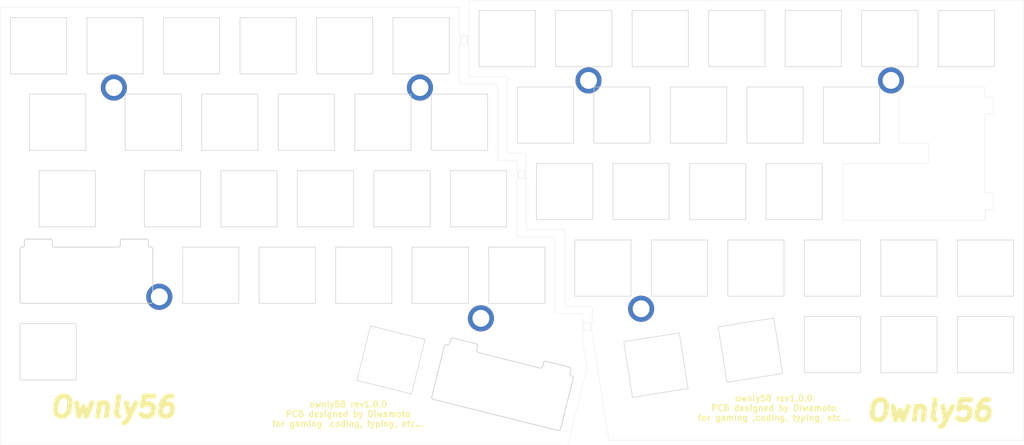
<source format=kicad_pcb>
(kicad_pcb (version 20171130) (host pcbnew "(5.1.6)-1")

  (general
    (thickness 1.6)
    (drawings 127)
    (tracks 0)
    (zones 0)
    (modules 63)
    (nets 1)
  )

  (page A4)
  (layers
    (0 F.Cu signal)
    (31 B.Cu signal)
    (32 B.Adhes user)
    (33 F.Adhes user)
    (34 B.Paste user)
    (35 F.Paste user)
    (36 B.SilkS user)
    (37 F.SilkS user)
    (38 B.Mask user)
    (39 F.Mask user)
    (40 Dwgs.User user)
    (41 Cmts.User user)
    (42 Eco1.User user)
    (43 Eco2.User user)
    (44 Edge.Cuts user)
    (45 Margin user)
    (46 B.CrtYd user)
    (47 F.CrtYd user)
    (48 B.Fab user)
    (49 F.Fab user)
  )

  (setup
    (last_trace_width 0.3)
    (user_trace_width 0.5)
    (trace_clearance 0.3)
    (zone_clearance 0.508)
    (zone_45_only no)
    (trace_min 0.2)
    (via_size 1)
    (via_drill 0.6)
    (via_min_size 0.4)
    (via_min_drill 0.3)
    (uvia_size 0.3)
    (uvia_drill 0.1)
    (uvias_allowed no)
    (uvia_min_size 0.2)
    (uvia_min_drill 0.1)
    (edge_width 0.05)
    (segment_width 0.2)
    (pcb_text_width 0.3)
    (pcb_text_size 1.5 1.5)
    (mod_edge_width 0.12)
    (mod_text_size 1 1)
    (mod_text_width 0.15)
    (pad_size 0.01 0.01)
    (pad_drill 0.01)
    (pad_to_mask_clearance 0.1)
    (aux_axis_origin 14.287488 149.423312)
    (visible_elements 7FFFFFFF)
    (pcbplotparams
      (layerselection 0x010fc_ffffffff)
      (usegerberextensions false)
      (usegerberattributes false)
      (usegerberadvancedattributes false)
      (creategerberjobfile true)
      (excludeedgelayer true)
      (linewidth 0.100000)
      (plotframeref false)
      (viasonmask false)
      (mode 1)
      (useauxorigin false)
      (hpglpennumber 1)
      (hpglpenspeed 20)
      (hpglpendiameter 15.000000)
      (psnegative false)
      (psa4output false)
      (plotreference true)
      (plotvalue true)
      (plotinvisibletext false)
      (padsonsilk false)
      (subtractmaskfromsilk false)
      (outputformat 1)
      (mirror false)
      (drillshape 0)
      (scaleselection 1)
      (outputdirectory "../../ownly-burgers/ownly/"))
  )

  (net 0 "")

  (net_class Default "これはデフォルトのネット クラスです。"
    (clearance 0.3)
    (trace_width 0.3)
    (via_dia 1)
    (via_drill 0.6)
    (uvia_dia 0.3)
    (uvia_drill 0.1)
  )

  (net_class Power ""
    (clearance 0.3)
    (trace_width 0.8)
    (via_dia 1.2)
    (via_drill 0.8)
    (uvia_dia 0.3)
    (uvia_drill 0.1)
  )

  (module keyboard:Switch_Cuts (layer F.Cu) (tedit 5DEF9802) (tstamp 5F1BD454)
    (at 177.506 129.52 9)
    (fp_text reference REF** (at 7.1 8.2 9) (layer F.SilkS) hide
      (effects (font (size 1 1) (thickness 0.15)))
    )
    (fp_text value SW_PUSH (at -4.8 8.3 9) (layer F.Fab) hide
      (effects (font (size 1 1) (thickness 0.15)))
    )
    (fp_line (start -9.525 -9.525) (end 9.525 -9.525) (layer Dwgs.User) (width 0.15))
    (fp_line (start 9.525 -9.525) (end 9.525 9.525) (layer Dwgs.User) (width 0.15))
    (fp_line (start 9.525 9.525) (end -9.525 9.525) (layer Dwgs.User) (width 0.15))
    (fp_line (start -9.525 9.525) (end -9.525 -9.525) (layer Dwgs.User) (width 0.15))
    (fp_line (start -7 -7) (end -7 7) (layer Edge.Cuts) (width 0.15))
    (fp_line (start -7 7) (end 7 7) (layer Edge.Cuts) (width 0.15))
    (fp_line (start -7 -7) (end 7 -7) (layer Edge.Cuts) (width 0.15))
    (fp_line (start 7 -7) (end 7 7) (layer Edge.Cuts) (width 0.15))
  )

  (module keyboard:Switch_Cuts (layer F.Cu) (tedit 5DEF9802) (tstamp 5F1BD3AC)
    (at 201.029 125.797 9)
    (fp_text reference REF** (at 7.1 8.2 9) (layer F.SilkS) hide
      (effects (font (size 1 1) (thickness 0.15)))
    )
    (fp_text value SW_PUSH (at -4.8 8.3 9) (layer F.Fab) hide
      (effects (font (size 1 1) (thickness 0.15)))
    )
    (fp_line (start -9.525 -9.525) (end 9.525 -9.525) (layer Dwgs.User) (width 0.15))
    (fp_line (start 9.525 -9.525) (end 9.525 9.525) (layer Dwgs.User) (width 0.15))
    (fp_line (start 9.525 9.525) (end -9.525 9.525) (layer Dwgs.User) (width 0.15))
    (fp_line (start -9.525 9.525) (end -9.525 -9.525) (layer Dwgs.User) (width 0.15))
    (fp_line (start -7 -7) (end -7 7) (layer Edge.Cuts) (width 0.15))
    (fp_line (start -7 7) (end 7 7) (layer Edge.Cuts) (width 0.15))
    (fp_line (start -7 -7) (end 7 -7) (layer Edge.Cuts) (width 0.15))
    (fp_line (start 7 -7) (end 7 7) (layer Edge.Cuts) (width 0.15))
  )

  (module keyboard:Switch_Cuts (layer F.Cu) (tedit 5DEF9802) (tstamp 5F1BD341)
    (at 254.793536 48.220272)
    (fp_text reference REF** (at 7.1 8.2) (layer F.SilkS) hide
      (effects (font (size 1 1) (thickness 0.15)))
    )
    (fp_text value SW_PUSH (at -4.8 8.3) (layer F.Fab) hide
      (effects (font (size 1 1) (thickness 0.15)))
    )
    (fp_line (start -9.525 -9.525) (end 9.525 -9.525) (layer Dwgs.User) (width 0.15))
    (fp_line (start 9.525 -9.525) (end 9.525 9.525) (layer Dwgs.User) (width 0.15))
    (fp_line (start 9.525 9.525) (end -9.525 9.525) (layer Dwgs.User) (width 0.15))
    (fp_line (start -9.525 9.525) (end -9.525 -9.525) (layer Dwgs.User) (width 0.15))
    (fp_line (start -7 -7) (end -7 7) (layer Edge.Cuts) (width 0.15))
    (fp_line (start -7 7) (end 7 7) (layer Edge.Cuts) (width 0.15))
    (fp_line (start -7 -7) (end 7 -7) (layer Edge.Cuts) (width 0.15))
    (fp_line (start 7 -7) (end 7 7) (layer Edge.Cuts) (width 0.15))
  )

  (module keyboard:Switch_Cuts (layer F.Cu) (tedit 5DEF9802) (tstamp 5F1BD2F7)
    (at 211.931072 86.32024)
    (fp_text reference REF** (at 7.1 8.2) (layer F.SilkS) hide
      (effects (font (size 1 1) (thickness 0.15)))
    )
    (fp_text value SW_PUSH (at -4.8 8.3) (layer F.Fab) hide
      (effects (font (size 1 1) (thickness 0.15)))
    )
    (fp_line (start -9.525 -9.525) (end 9.525 -9.525) (layer Dwgs.User) (width 0.15))
    (fp_line (start 9.525 -9.525) (end 9.525 9.525) (layer Dwgs.User) (width 0.15))
    (fp_line (start 9.525 9.525) (end -9.525 9.525) (layer Dwgs.User) (width 0.15))
    (fp_line (start -9.525 9.525) (end -9.525 -9.525) (layer Dwgs.User) (width 0.15))
    (fp_line (start -7 -7) (end -7 7) (layer Edge.Cuts) (width 0.15))
    (fp_line (start -7 7) (end 7 7) (layer Edge.Cuts) (width 0.15))
    (fp_line (start -7 -7) (end 7 -7) (layer Edge.Cuts) (width 0.15))
    (fp_line (start 7 -7) (end 7 7) (layer Edge.Cuts) (width 0.15))
  )

  (module keyboard:Switch_Cuts (layer F.Cu) (tedit 5DEF9802) (tstamp 5F1BD302)
    (at 226.21856 67.270256)
    (fp_text reference REF** (at 7.1 8.2) (layer F.SilkS) hide
      (effects (font (size 1 1) (thickness 0.15)))
    )
    (fp_text value SW_PUSH (at -4.8 8.3) (layer F.Fab) hide
      (effects (font (size 1 1) (thickness 0.15)))
    )
    (fp_line (start -9.525 -9.525) (end 9.525 -9.525) (layer Dwgs.User) (width 0.15))
    (fp_line (start 9.525 -9.525) (end 9.525 9.525) (layer Dwgs.User) (width 0.15))
    (fp_line (start 9.525 9.525) (end -9.525 9.525) (layer Dwgs.User) (width 0.15))
    (fp_line (start -9.525 9.525) (end -9.525 -9.525) (layer Dwgs.User) (width 0.15))
    (fp_line (start -7 -7) (end -7 7) (layer Edge.Cuts) (width 0.15))
    (fp_line (start -7 7) (end 7 7) (layer Edge.Cuts) (width 0.15))
    (fp_line (start -7 -7) (end 7 -7) (layer Edge.Cuts) (width 0.15))
    (fp_line (start 7 -7) (end 7 7) (layer Edge.Cuts) (width 0.15))
  )

  (module keyboard:Switch_Cuts (layer F.Cu) (tedit 5DEF9802) (tstamp 5F1BD2F7)
    (at 207.168576 67.270256)
    (fp_text reference REF** (at 7.1 8.2) (layer F.SilkS) hide
      (effects (font (size 1 1) (thickness 0.15)))
    )
    (fp_text value SW_PUSH (at -4.8 8.3) (layer F.Fab) hide
      (effects (font (size 1 1) (thickness 0.15)))
    )
    (fp_line (start -9.525 -9.525) (end 9.525 -9.525) (layer Dwgs.User) (width 0.15))
    (fp_line (start 9.525 -9.525) (end 9.525 9.525) (layer Dwgs.User) (width 0.15))
    (fp_line (start 9.525 9.525) (end -9.525 9.525) (layer Dwgs.User) (width 0.15))
    (fp_line (start -9.525 9.525) (end -9.525 -9.525) (layer Dwgs.User) (width 0.15))
    (fp_line (start -7 -7) (end -7 7) (layer Edge.Cuts) (width 0.15))
    (fp_line (start -7 7) (end 7 7) (layer Edge.Cuts) (width 0.15))
    (fp_line (start -7 -7) (end 7 -7) (layer Edge.Cuts) (width 0.15))
    (fp_line (start 7 -7) (end 7 7) (layer Edge.Cuts) (width 0.15))
  )

  (module keyboard:Switch_Cuts (layer F.Cu) (tedit 5DEF9802) (tstamp 5F1BD212)
    (at 173.831104 86.32024)
    (fp_text reference REF** (at 7.1 8.2) (layer F.SilkS) hide
      (effects (font (size 1 1) (thickness 0.15)))
    )
    (fp_text value SW_PUSH (at -4.8 8.3) (layer F.Fab) hide
      (effects (font (size 1 1) (thickness 0.15)))
    )
    (fp_line (start -9.525 -9.525) (end 9.525 -9.525) (layer Dwgs.User) (width 0.15))
    (fp_line (start 9.525 -9.525) (end 9.525 9.525) (layer Dwgs.User) (width 0.15))
    (fp_line (start 9.525 9.525) (end -9.525 9.525) (layer Dwgs.User) (width 0.15))
    (fp_line (start -9.525 9.525) (end -9.525 -9.525) (layer Dwgs.User) (width 0.15))
    (fp_line (start -7 -7) (end -7 7) (layer Edge.Cuts) (width 0.15))
    (fp_line (start -7 7) (end 7 7) (layer Edge.Cuts) (width 0.15))
    (fp_line (start -7 -7) (end 7 -7) (layer Edge.Cuts) (width 0.15))
    (fp_line (start 7 -7) (end 7 7) (layer Edge.Cuts) (width 0.15))
  )

  (module keyboard:Switch_Cuts (layer F.Cu) (tedit 5DEF9802) (tstamp 5F1BD207)
    (at 154.78112 86.32024)
    (fp_text reference REF** (at 7.1 8.2) (layer F.SilkS) hide
      (effects (font (size 1 1) (thickness 0.15)))
    )
    (fp_text value SW_PUSH (at -4.8 8.3) (layer F.Fab) hide
      (effects (font (size 1 1) (thickness 0.15)))
    )
    (fp_line (start -9.525 -9.525) (end 9.525 -9.525) (layer Dwgs.User) (width 0.15))
    (fp_line (start 9.525 -9.525) (end 9.525 9.525) (layer Dwgs.User) (width 0.15))
    (fp_line (start 9.525 9.525) (end -9.525 9.525) (layer Dwgs.User) (width 0.15))
    (fp_line (start -9.525 9.525) (end -9.525 -9.525) (layer Dwgs.User) (width 0.15))
    (fp_line (start -7 -7) (end -7 7) (layer Edge.Cuts) (width 0.15))
    (fp_line (start -7 7) (end 7 7) (layer Edge.Cuts) (width 0.15))
    (fp_line (start -7 -7) (end 7 -7) (layer Edge.Cuts) (width 0.15))
    (fp_line (start 7 -7) (end 7 7) (layer Edge.Cuts) (width 0.15))
  )

  (module keyboard:Switch_Cuts (layer F.Cu) (tedit 5DEF9802) (tstamp 5F1BD1FC)
    (at 192.881088 86.32024)
    (fp_text reference REF** (at 7.1 8.2) (layer F.SilkS) hide
      (effects (font (size 1 1) (thickness 0.15)))
    )
    (fp_text value SW_PUSH (at -4.8 8.3) (layer F.Fab) hide
      (effects (font (size 1 1) (thickness 0.15)))
    )
    (fp_line (start -9.525 -9.525) (end 9.525 -9.525) (layer Dwgs.User) (width 0.15))
    (fp_line (start 9.525 -9.525) (end 9.525 9.525) (layer Dwgs.User) (width 0.15))
    (fp_line (start 9.525 9.525) (end -9.525 9.525) (layer Dwgs.User) (width 0.15))
    (fp_line (start -9.525 9.525) (end -9.525 -9.525) (layer Dwgs.User) (width 0.15))
    (fp_line (start -7 -7) (end -7 7) (layer Edge.Cuts) (width 0.15))
    (fp_line (start -7 7) (end 7 7) (layer Edge.Cuts) (width 0.15))
    (fp_line (start -7 -7) (end 7 -7) (layer Edge.Cuts) (width 0.15))
    (fp_line (start 7 -7) (end 7 7) (layer Edge.Cuts) (width 0.15))
  )

  (module keyboard:Switch_Cuts (layer F.Cu) (tedit 5DEF9802) (tstamp 5F1BD212)
    (at 169.068608 67.270256)
    (fp_text reference REF** (at 7.1 8.2) (layer F.SilkS) hide
      (effects (font (size 1 1) (thickness 0.15)))
    )
    (fp_text value SW_PUSH (at -4.8 8.3) (layer F.Fab) hide
      (effects (font (size 1 1) (thickness 0.15)))
    )
    (fp_line (start -9.525 -9.525) (end 9.525 -9.525) (layer Dwgs.User) (width 0.15))
    (fp_line (start 9.525 -9.525) (end 9.525 9.525) (layer Dwgs.User) (width 0.15))
    (fp_line (start 9.525 9.525) (end -9.525 9.525) (layer Dwgs.User) (width 0.15))
    (fp_line (start -9.525 9.525) (end -9.525 -9.525) (layer Dwgs.User) (width 0.15))
    (fp_line (start -7 -7) (end -7 7) (layer Edge.Cuts) (width 0.15))
    (fp_line (start -7 7) (end 7 7) (layer Edge.Cuts) (width 0.15))
    (fp_line (start -7 -7) (end 7 -7) (layer Edge.Cuts) (width 0.15))
    (fp_line (start 7 -7) (end 7 7) (layer Edge.Cuts) (width 0.15))
  )

  (module keyboard:Switch_Cuts (layer F.Cu) (tedit 5DEF9802) (tstamp 5F1BD207)
    (at 150.018624 67.270256)
    (fp_text reference REF** (at 7.1 8.2) (layer F.SilkS) hide
      (effects (font (size 1 1) (thickness 0.15)))
    )
    (fp_text value SW_PUSH (at -4.8 8.3) (layer F.Fab) hide
      (effects (font (size 1 1) (thickness 0.15)))
    )
    (fp_line (start -9.525 -9.525) (end 9.525 -9.525) (layer Dwgs.User) (width 0.15))
    (fp_line (start 9.525 -9.525) (end 9.525 9.525) (layer Dwgs.User) (width 0.15))
    (fp_line (start 9.525 9.525) (end -9.525 9.525) (layer Dwgs.User) (width 0.15))
    (fp_line (start -9.525 9.525) (end -9.525 -9.525) (layer Dwgs.User) (width 0.15))
    (fp_line (start -7 -7) (end -7 7) (layer Edge.Cuts) (width 0.15))
    (fp_line (start -7 7) (end 7 7) (layer Edge.Cuts) (width 0.15))
    (fp_line (start -7 -7) (end 7 -7) (layer Edge.Cuts) (width 0.15))
    (fp_line (start 7 -7) (end 7 7) (layer Edge.Cuts) (width 0.15))
  )

  (module keyboard:Switch_Cuts (layer F.Cu) (tedit 5DEF9802) (tstamp 5F1BD1FC)
    (at 188.118592 67.270256)
    (fp_text reference REF** (at 7.1 8.2) (layer F.SilkS) hide
      (effects (font (size 1 1) (thickness 0.15)))
    )
    (fp_text value SW_PUSH (at -4.8 8.3) (layer F.Fab) hide
      (effects (font (size 1 1) (thickness 0.15)))
    )
    (fp_line (start -9.525 -9.525) (end 9.525 -9.525) (layer Dwgs.User) (width 0.15))
    (fp_line (start 9.525 -9.525) (end 9.525 9.525) (layer Dwgs.User) (width 0.15))
    (fp_line (start 9.525 9.525) (end -9.525 9.525) (layer Dwgs.User) (width 0.15))
    (fp_line (start -9.525 9.525) (end -9.525 -9.525) (layer Dwgs.User) (width 0.15))
    (fp_line (start -7 -7) (end -7 7) (layer Edge.Cuts) (width 0.15))
    (fp_line (start -7 7) (end 7 7) (layer Edge.Cuts) (width 0.15))
    (fp_line (start -7 -7) (end 7 -7) (layer Edge.Cuts) (width 0.15))
    (fp_line (start 7 -7) (end 7 7) (layer Edge.Cuts) (width 0.15))
  )

  (module keyboard:Switch_Cuts (layer F.Cu) (tedit 5DEF9802) (tstamp 5F1BD212)
    (at 240.506048 124.420208)
    (fp_text reference REF** (at 7.1 8.2) (layer F.SilkS) hide
      (effects (font (size 1 1) (thickness 0.15)))
    )
    (fp_text value SW_PUSH (at -4.8 8.3) (layer F.Fab) hide
      (effects (font (size 1 1) (thickness 0.15)))
    )
    (fp_line (start -9.525 -9.525) (end 9.525 -9.525) (layer Dwgs.User) (width 0.15))
    (fp_line (start 9.525 -9.525) (end 9.525 9.525) (layer Dwgs.User) (width 0.15))
    (fp_line (start 9.525 9.525) (end -9.525 9.525) (layer Dwgs.User) (width 0.15))
    (fp_line (start -9.525 9.525) (end -9.525 -9.525) (layer Dwgs.User) (width 0.15))
    (fp_line (start -7 -7) (end -7 7) (layer Edge.Cuts) (width 0.15))
    (fp_line (start -7 7) (end 7 7) (layer Edge.Cuts) (width 0.15))
    (fp_line (start -7 -7) (end 7 -7) (layer Edge.Cuts) (width 0.15))
    (fp_line (start 7 -7) (end 7 7) (layer Edge.Cuts) (width 0.15))
  )

  (module keyboard:Switch_Cuts (layer F.Cu) (tedit 5DEF9802) (tstamp 5F1BD207)
    (at 221.456064 124.420208)
    (fp_text reference REF** (at 7.1 8.2) (layer F.SilkS) hide
      (effects (font (size 1 1) (thickness 0.15)))
    )
    (fp_text value SW_PUSH (at -4.8 8.3) (layer F.Fab) hide
      (effects (font (size 1 1) (thickness 0.15)))
    )
    (fp_line (start -9.525 -9.525) (end 9.525 -9.525) (layer Dwgs.User) (width 0.15))
    (fp_line (start 9.525 -9.525) (end 9.525 9.525) (layer Dwgs.User) (width 0.15))
    (fp_line (start 9.525 9.525) (end -9.525 9.525) (layer Dwgs.User) (width 0.15))
    (fp_line (start -9.525 9.525) (end -9.525 -9.525) (layer Dwgs.User) (width 0.15))
    (fp_line (start -7 -7) (end -7 7) (layer Edge.Cuts) (width 0.15))
    (fp_line (start -7 7) (end 7 7) (layer Edge.Cuts) (width 0.15))
    (fp_line (start -7 -7) (end 7 -7) (layer Edge.Cuts) (width 0.15))
    (fp_line (start 7 -7) (end 7 7) (layer Edge.Cuts) (width 0.15))
  )

  (module keyboard:Switch_Cuts (layer F.Cu) (tedit 5DEF9802) (tstamp 5F1BD1FC)
    (at 259.556032 124.420208)
    (fp_text reference REF** (at 7.1 8.2) (layer F.SilkS) hide
      (effects (font (size 1 1) (thickness 0.15)))
    )
    (fp_text value SW_PUSH (at -4.8 8.3) (layer F.Fab) hide
      (effects (font (size 1 1) (thickness 0.15)))
    )
    (fp_line (start -9.525 -9.525) (end 9.525 -9.525) (layer Dwgs.User) (width 0.15))
    (fp_line (start 9.525 -9.525) (end 9.525 9.525) (layer Dwgs.User) (width 0.15))
    (fp_line (start 9.525 9.525) (end -9.525 9.525) (layer Dwgs.User) (width 0.15))
    (fp_line (start -9.525 9.525) (end -9.525 -9.525) (layer Dwgs.User) (width 0.15))
    (fp_line (start -7 -7) (end -7 7) (layer Edge.Cuts) (width 0.15))
    (fp_line (start -7 7) (end 7 7) (layer Edge.Cuts) (width 0.15))
    (fp_line (start -7 -7) (end 7 -7) (layer Edge.Cuts) (width 0.15))
    (fp_line (start 7 -7) (end 7 7) (layer Edge.Cuts) (width 0.15))
  )

  (module keyboard:Switch_Cuts (layer F.Cu) (tedit 5DEF9802) (tstamp 5F1BD04C)
    (at 259.556032 105.370224)
    (fp_text reference REF** (at 7.1 8.2) (layer F.SilkS) hide
      (effects (font (size 1 1) (thickness 0.15)))
    )
    (fp_text value SW_PUSH (at -4.8 8.3) (layer F.Fab) hide
      (effects (font (size 1 1) (thickness 0.15)))
    )
    (fp_line (start -9.525 -9.525) (end 9.525 -9.525) (layer Dwgs.User) (width 0.15))
    (fp_line (start 9.525 -9.525) (end 9.525 9.525) (layer Dwgs.User) (width 0.15))
    (fp_line (start 9.525 9.525) (end -9.525 9.525) (layer Dwgs.User) (width 0.15))
    (fp_line (start -9.525 9.525) (end -9.525 -9.525) (layer Dwgs.User) (width 0.15))
    (fp_line (start -7 -7) (end -7 7) (layer Edge.Cuts) (width 0.15))
    (fp_line (start -7 7) (end 7 7) (layer Edge.Cuts) (width 0.15))
    (fp_line (start -7 -7) (end 7 -7) (layer Edge.Cuts) (width 0.15))
    (fp_line (start 7 -7) (end 7 7) (layer Edge.Cuts) (width 0.15))
  )

  (module keyboard:Switch_Cuts (layer F.Cu) (tedit 5DEF9802) (tstamp 5F1BD041)
    (at 240.506048 105.370224)
    (fp_text reference REF** (at 7.1 8.2) (layer F.SilkS) hide
      (effects (font (size 1 1) (thickness 0.15)))
    )
    (fp_text value SW_PUSH (at -4.8 8.3) (layer F.Fab) hide
      (effects (font (size 1 1) (thickness 0.15)))
    )
    (fp_line (start -9.525 -9.525) (end 9.525 -9.525) (layer Dwgs.User) (width 0.15))
    (fp_line (start 9.525 -9.525) (end 9.525 9.525) (layer Dwgs.User) (width 0.15))
    (fp_line (start 9.525 9.525) (end -9.525 9.525) (layer Dwgs.User) (width 0.15))
    (fp_line (start -9.525 9.525) (end -9.525 -9.525) (layer Dwgs.User) (width 0.15))
    (fp_line (start -7 -7) (end -7 7) (layer Edge.Cuts) (width 0.15))
    (fp_line (start -7 7) (end 7 7) (layer Edge.Cuts) (width 0.15))
    (fp_line (start -7 -7) (end 7 -7) (layer Edge.Cuts) (width 0.15))
    (fp_line (start 7 -7) (end 7 7) (layer Edge.Cuts) (width 0.15))
  )

  (module keyboard:Switch_Cuts (layer F.Cu) (tedit 5DEF9802) (tstamp 5F1BD036)
    (at 221.456064 105.370224)
    (fp_text reference REF** (at 7.1 8.2) (layer F.SilkS) hide
      (effects (font (size 1 1) (thickness 0.15)))
    )
    (fp_text value SW_PUSH (at -4.8 8.3) (layer F.Fab) hide
      (effects (font (size 1 1) (thickness 0.15)))
    )
    (fp_line (start -9.525 -9.525) (end 9.525 -9.525) (layer Dwgs.User) (width 0.15))
    (fp_line (start 9.525 -9.525) (end 9.525 9.525) (layer Dwgs.User) (width 0.15))
    (fp_line (start 9.525 9.525) (end -9.525 9.525) (layer Dwgs.User) (width 0.15))
    (fp_line (start -9.525 9.525) (end -9.525 -9.525) (layer Dwgs.User) (width 0.15))
    (fp_line (start -7 -7) (end -7 7) (layer Edge.Cuts) (width 0.15))
    (fp_line (start -7 7) (end 7 7) (layer Edge.Cuts) (width 0.15))
    (fp_line (start -7 -7) (end 7 -7) (layer Edge.Cuts) (width 0.15))
    (fp_line (start 7 -7) (end 7 7) (layer Edge.Cuts) (width 0.15))
  )

  (module keyboard:Switch_Cuts (layer F.Cu) (tedit 5DEF9802) (tstamp 5F1BD02B)
    (at 202.40608 105.370224)
    (fp_text reference REF** (at 7.1 8.2) (layer F.SilkS) hide
      (effects (font (size 1 1) (thickness 0.15)))
    )
    (fp_text value SW_PUSH (at -4.8 8.3) (layer F.Fab) hide
      (effects (font (size 1 1) (thickness 0.15)))
    )
    (fp_line (start -9.525 -9.525) (end 9.525 -9.525) (layer Dwgs.User) (width 0.15))
    (fp_line (start 9.525 -9.525) (end 9.525 9.525) (layer Dwgs.User) (width 0.15))
    (fp_line (start 9.525 9.525) (end -9.525 9.525) (layer Dwgs.User) (width 0.15))
    (fp_line (start -9.525 9.525) (end -9.525 -9.525) (layer Dwgs.User) (width 0.15))
    (fp_line (start -7 -7) (end -7 7) (layer Edge.Cuts) (width 0.15))
    (fp_line (start -7 7) (end 7 7) (layer Edge.Cuts) (width 0.15))
    (fp_line (start -7 -7) (end 7 -7) (layer Edge.Cuts) (width 0.15))
    (fp_line (start 7 -7) (end 7 7) (layer Edge.Cuts) (width 0.15))
  )

  (module keyboard:Switch_Cuts (layer F.Cu) (tedit 5DEF9802) (tstamp 5F1BD020)
    (at 183.356096 105.370224)
    (fp_text reference REF** (at 7.1 8.2) (layer F.SilkS) hide
      (effects (font (size 1 1) (thickness 0.15)))
    )
    (fp_text value SW_PUSH (at -4.8 8.3) (layer F.Fab) hide
      (effects (font (size 1 1) (thickness 0.15)))
    )
    (fp_line (start -9.525 -9.525) (end 9.525 -9.525) (layer Dwgs.User) (width 0.15))
    (fp_line (start 9.525 -9.525) (end 9.525 9.525) (layer Dwgs.User) (width 0.15))
    (fp_line (start 9.525 9.525) (end -9.525 9.525) (layer Dwgs.User) (width 0.15))
    (fp_line (start -9.525 9.525) (end -9.525 -9.525) (layer Dwgs.User) (width 0.15))
    (fp_line (start -7 -7) (end -7 7) (layer Edge.Cuts) (width 0.15))
    (fp_line (start -7 7) (end 7 7) (layer Edge.Cuts) (width 0.15))
    (fp_line (start -7 -7) (end 7 -7) (layer Edge.Cuts) (width 0.15))
    (fp_line (start 7 -7) (end 7 7) (layer Edge.Cuts) (width 0.15))
  )

  (module keyboard:Switch_Cuts (layer F.Cu) (tedit 5DEF9802) (tstamp 5F1BD015)
    (at 164.306112 105.370224)
    (fp_text reference REF** (at 7.1 8.2) (layer F.SilkS) hide
      (effects (font (size 1 1) (thickness 0.15)))
    )
    (fp_text value SW_PUSH (at -4.8 8.3) (layer F.Fab) hide
      (effects (font (size 1 1) (thickness 0.15)))
    )
    (fp_line (start -9.525 -9.525) (end 9.525 -9.525) (layer Dwgs.User) (width 0.15))
    (fp_line (start 9.525 -9.525) (end 9.525 9.525) (layer Dwgs.User) (width 0.15))
    (fp_line (start 9.525 9.525) (end -9.525 9.525) (layer Dwgs.User) (width 0.15))
    (fp_line (start -9.525 9.525) (end -9.525 -9.525) (layer Dwgs.User) (width 0.15))
    (fp_line (start -7 -7) (end -7 7) (layer Edge.Cuts) (width 0.15))
    (fp_line (start -7 7) (end 7 7) (layer Edge.Cuts) (width 0.15))
    (fp_line (start -7 -7) (end 7 -7) (layer Edge.Cuts) (width 0.15))
    (fp_line (start 7 -7) (end 7 7) (layer Edge.Cuts) (width 0.15))
  )

  (module keyboard:Switch_Cuts (layer F.Cu) (tedit 5DEF9802) (tstamp 5F1BD04C)
    (at 235.743552 48.220272)
    (fp_text reference REF** (at 7.1 8.2) (layer F.SilkS) hide
      (effects (font (size 1 1) (thickness 0.15)))
    )
    (fp_text value SW_PUSH (at -4.8 8.3) (layer F.Fab) hide
      (effects (font (size 1 1) (thickness 0.15)))
    )
    (fp_line (start -9.525 -9.525) (end 9.525 -9.525) (layer Dwgs.User) (width 0.15))
    (fp_line (start 9.525 -9.525) (end 9.525 9.525) (layer Dwgs.User) (width 0.15))
    (fp_line (start 9.525 9.525) (end -9.525 9.525) (layer Dwgs.User) (width 0.15))
    (fp_line (start -9.525 9.525) (end -9.525 -9.525) (layer Dwgs.User) (width 0.15))
    (fp_line (start -7 -7) (end -7 7) (layer Edge.Cuts) (width 0.15))
    (fp_line (start -7 7) (end 7 7) (layer Edge.Cuts) (width 0.15))
    (fp_line (start -7 -7) (end 7 -7) (layer Edge.Cuts) (width 0.15))
    (fp_line (start 7 -7) (end 7 7) (layer Edge.Cuts) (width 0.15))
  )

  (module keyboard:Switch_Cuts (layer F.Cu) (tedit 5DEF9802) (tstamp 5F1BD041)
    (at 216.693568 48.220272)
    (fp_text reference REF** (at 7.1 8.2) (layer F.SilkS) hide
      (effects (font (size 1 1) (thickness 0.15)))
    )
    (fp_text value SW_PUSH (at -4.8 8.3) (layer F.Fab) hide
      (effects (font (size 1 1) (thickness 0.15)))
    )
    (fp_line (start -9.525 -9.525) (end 9.525 -9.525) (layer Dwgs.User) (width 0.15))
    (fp_line (start 9.525 -9.525) (end 9.525 9.525) (layer Dwgs.User) (width 0.15))
    (fp_line (start 9.525 9.525) (end -9.525 9.525) (layer Dwgs.User) (width 0.15))
    (fp_line (start -9.525 9.525) (end -9.525 -9.525) (layer Dwgs.User) (width 0.15))
    (fp_line (start -7 -7) (end -7 7) (layer Edge.Cuts) (width 0.15))
    (fp_line (start -7 7) (end 7 7) (layer Edge.Cuts) (width 0.15))
    (fp_line (start -7 -7) (end 7 -7) (layer Edge.Cuts) (width 0.15))
    (fp_line (start 7 -7) (end 7 7) (layer Edge.Cuts) (width 0.15))
  )

  (module keyboard:Switch_Cuts (layer F.Cu) (tedit 5DEF9802) (tstamp 5F1BD036)
    (at 197.643584 48.220272)
    (fp_text reference REF** (at 7.1 8.2) (layer F.SilkS) hide
      (effects (font (size 1 1) (thickness 0.15)))
    )
    (fp_text value SW_PUSH (at -4.8 8.3) (layer F.Fab) hide
      (effects (font (size 1 1) (thickness 0.15)))
    )
    (fp_line (start -9.525 -9.525) (end 9.525 -9.525) (layer Dwgs.User) (width 0.15))
    (fp_line (start 9.525 -9.525) (end 9.525 9.525) (layer Dwgs.User) (width 0.15))
    (fp_line (start 9.525 9.525) (end -9.525 9.525) (layer Dwgs.User) (width 0.15))
    (fp_line (start -9.525 9.525) (end -9.525 -9.525) (layer Dwgs.User) (width 0.15))
    (fp_line (start -7 -7) (end -7 7) (layer Edge.Cuts) (width 0.15))
    (fp_line (start -7 7) (end 7 7) (layer Edge.Cuts) (width 0.15))
    (fp_line (start -7 -7) (end 7 -7) (layer Edge.Cuts) (width 0.15))
    (fp_line (start 7 -7) (end 7 7) (layer Edge.Cuts) (width 0.15))
  )

  (module keyboard:Switch_Cuts (layer F.Cu) (tedit 5DEF9802) (tstamp 5F1BD02B)
    (at 178.5936 48.220272)
    (fp_text reference REF** (at 7.1 8.2) (layer F.SilkS) hide
      (effects (font (size 1 1) (thickness 0.15)))
    )
    (fp_text value SW_PUSH (at -4.8 8.3) (layer F.Fab) hide
      (effects (font (size 1 1) (thickness 0.15)))
    )
    (fp_line (start -9.525 -9.525) (end 9.525 -9.525) (layer Dwgs.User) (width 0.15))
    (fp_line (start 9.525 -9.525) (end 9.525 9.525) (layer Dwgs.User) (width 0.15))
    (fp_line (start 9.525 9.525) (end -9.525 9.525) (layer Dwgs.User) (width 0.15))
    (fp_line (start -9.525 9.525) (end -9.525 -9.525) (layer Dwgs.User) (width 0.15))
    (fp_line (start -7 -7) (end -7 7) (layer Edge.Cuts) (width 0.15))
    (fp_line (start -7 7) (end 7 7) (layer Edge.Cuts) (width 0.15))
    (fp_line (start -7 -7) (end 7 -7) (layer Edge.Cuts) (width 0.15))
    (fp_line (start 7 -7) (end 7 7) (layer Edge.Cuts) (width 0.15))
  )

  (module keyboard:Switch_Cuts (layer F.Cu) (tedit 5DEF9802) (tstamp 5F1BD020)
    (at 159.543616 48.220272)
    (fp_text reference REF** (at 7.1 8.2) (layer F.SilkS) hide
      (effects (font (size 1 1) (thickness 0.15)))
    )
    (fp_text value SW_PUSH (at -4.8 8.3) (layer F.Fab) hide
      (effects (font (size 1 1) (thickness 0.15)))
    )
    (fp_line (start -9.525 -9.525) (end 9.525 -9.525) (layer Dwgs.User) (width 0.15))
    (fp_line (start 9.525 -9.525) (end 9.525 9.525) (layer Dwgs.User) (width 0.15))
    (fp_line (start 9.525 9.525) (end -9.525 9.525) (layer Dwgs.User) (width 0.15))
    (fp_line (start -9.525 9.525) (end -9.525 -9.525) (layer Dwgs.User) (width 0.15))
    (fp_line (start -7 -7) (end -7 7) (layer Edge.Cuts) (width 0.15))
    (fp_line (start -7 7) (end 7 7) (layer Edge.Cuts) (width 0.15))
    (fp_line (start -7 -7) (end 7 -7) (layer Edge.Cuts) (width 0.15))
    (fp_line (start 7 -7) (end 7 7) (layer Edge.Cuts) (width 0.15))
  )

  (module keyboard:Switch_Cuts (layer F.Cu) (tedit 5DEF9802) (tstamp 5F1BD015)
    (at 140.493632 48.220272)
    (fp_text reference REF** (at 7.1 8.2) (layer F.SilkS) hide
      (effects (font (size 1 1) (thickness 0.15)))
    )
    (fp_text value SW_PUSH (at -4.8 8.3) (layer F.Fab) hide
      (effects (font (size 1 1) (thickness 0.15)))
    )
    (fp_line (start -9.525 -9.525) (end 9.525 -9.525) (layer Dwgs.User) (width 0.15))
    (fp_line (start 9.525 -9.525) (end 9.525 9.525) (layer Dwgs.User) (width 0.15))
    (fp_line (start 9.525 9.525) (end -9.525 9.525) (layer Dwgs.User) (width 0.15))
    (fp_line (start -9.525 9.525) (end -9.525 -9.525) (layer Dwgs.User) (width 0.15))
    (fp_line (start -7 -7) (end -7 7) (layer Edge.Cuts) (width 0.15))
    (fp_line (start -7 7) (end 7 7) (layer Edge.Cuts) (width 0.15))
    (fp_line (start -7 -7) (end 7 -7) (layer Edge.Cuts) (width 0.15))
    (fp_line (start 7 -7) (end 7 7) (layer Edge.Cuts) (width 0.15))
  )

  (module locallib:plate-stabilizer (layer F.Cu) (tedit 5EFD353A) (tstamp 5F1BCDF7)
    (at 139.303008 135.135824 346)
    (fp_text reference REF** (at 5.8395 -7.9395 166) (layer Dwgs.User)
      (effects (font (size 1 1) (thickness 0.15)))
    )
    (fp_text value plate-stabilizer (at -2.4155 -8.13 166) (layer Dwgs.User)
      (effects (font (size 1 1) (thickness 0.15)))
    )
    (fp_line (start 7.9365 -7.001) (end -7.9395 -7.001) (layer Edge.Cuts) (width 0.2))
    (fp_line (start -15.4395 -8.501) (end -15.4395 -7.501) (layer Edge.Cuts) (width 0.2))
    (fp_line (start -8.9395 -9.001) (end -14.9395 -9.001) (layer Edge.Cuts) (width 0.2))
    (fp_line (start -15.9395 -7.001) (end -16.0265 -7.001) (layer Edge.Cuts) (width 0.2))
    (fp_line (start -16.5265 -6.501) (end -16.5265 6.499) (layer Edge.Cuts) (width 0.2))
    (fp_line (start -16.0265 6.999) (end 16.0235 6.999) (layer Edge.Cuts) (width 0.2))
    (fp_line (start -8.4395 -7.501) (end -8.4395 -8.501) (layer Edge.Cuts) (width 0.2))
    (fp_line (start 14.9365 -9.001) (end 8.9365 -9.001) (layer Edge.Cuts) (width 0.2))
    (fp_line (start 15.4365 -7.501) (end 15.4365 -8.501) (layer Edge.Cuts) (width 0.2))
    (fp_line (start 16.5235 6.499) (end 16.5235 -6.501) (layer Edge.Cuts) (width 0.2))
    (fp_line (start 8.4365 -8.501) (end 8.4365 -7.501) (layer Edge.Cuts) (width 0.2))
    (fp_line (start 16.0235 -7.001) (end 15.9365 -7.001) (layer Edge.Cuts) (width 0.2))
    (fp_arc (start -15.9395 -7.501) (end -15.9395 -7.001) (angle -90) (layer Edge.Cuts) (width 0.2))
    (fp_arc (start -16.0265 6.499) (end -16.5265 6.499) (angle -90) (layer Edge.Cuts) (width 0.2))
    (fp_arc (start -16.0265 -6.501) (end -16.0265 -7.001) (angle -90) (layer Edge.Cuts) (width 0.2))
    (fp_arc (start -14.9395 -8.501) (end -14.9395 -9.001) (angle -90) (layer Edge.Cuts) (width 0.2))
    (fp_arc (start -8.9395 -8.501) (end -8.4395 -8.501) (angle -90) (layer Edge.Cuts) (width 0.2))
    (fp_arc (start 16.0235 6.499) (end 16.0235 6.999) (angle -90) (layer Edge.Cuts) (width 0.2))
    (fp_arc (start 16.0235 -6.501) (end 16.5235 -6.501) (angle -90) (layer Edge.Cuts) (width 0.2))
    (fp_arc (start 8.9365 -8.501) (end 8.9365 -9.001) (angle -90) (layer Edge.Cuts) (width 0.2))
    (fp_arc (start 15.9365 -7.501) (end 15.4365 -7.501) (angle -90) (layer Edge.Cuts) (width 0.2))
    (fp_arc (start 7.9365 -7.501) (end 7.9365 -7.001) (angle -90) (layer Edge.Cuts) (width 0.2))
    (fp_arc (start 14.9365 -8.501) (end 15.4365 -8.501) (angle -90) (layer Edge.Cuts) (width 0.2))
    (fp_arc (start -7.9395 -7.501) (end -8.4395 -7.501) (angle -90) (layer Edge.Cuts) (width 0.2))
  )

  (module keyboard:Switch_Cuts (layer F.Cu) (tedit 5DEF9802) (tstamp 5F1BCCA7)
    (at 111.553 128.232 346)
    (fp_text reference REF** (at 7.1 8.2 166) (layer F.SilkS) hide
      (effects (font (size 1 1) (thickness 0.15)))
    )
    (fp_text value SW_PUSH (at -4.8 8.3 166) (layer F.Fab) hide
      (effects (font (size 1 1) (thickness 0.15)))
    )
    (fp_line (start -9.525 -9.525) (end 9.525 -9.525) (layer Dwgs.User) (width 0.15))
    (fp_line (start 9.525 -9.525) (end 9.525 9.525) (layer Dwgs.User) (width 0.15))
    (fp_line (start 9.525 9.525) (end -9.525 9.525) (layer Dwgs.User) (width 0.15))
    (fp_line (start -9.525 9.525) (end -9.525 -9.525) (layer Dwgs.User) (width 0.15))
    (fp_line (start -7 -7) (end -7 7) (layer Edge.Cuts) (width 0.15))
    (fp_line (start -7 7) (end 7 7) (layer Edge.Cuts) (width 0.15))
    (fp_line (start -7 -7) (end 7 -7) (layer Edge.Cuts) (width 0.15))
    (fp_line (start 7 -7) (end 7 7) (layer Edge.Cuts) (width 0.15))
  )

  (module keyboard:Switch_Cuts (layer F.Cu) (tedit 5DEF9802) (tstamp 5F1BCC8F)
    (at 26.193728 126.206144)
    (fp_text reference REF** (at 7.1 8.2) (layer F.SilkS) hide
      (effects (font (size 1 1) (thickness 0.15)))
    )
    (fp_text value SW_PUSH (at -4.8 8.3) (layer F.Fab) hide
      (effects (font (size 1 1) (thickness 0.15)))
    )
    (fp_line (start -9.525 -9.525) (end 9.525 -9.525) (layer Dwgs.User) (width 0.15))
    (fp_line (start 9.525 -9.525) (end 9.525 9.525) (layer Dwgs.User) (width 0.15))
    (fp_line (start 9.525 9.525) (end -9.525 9.525) (layer Dwgs.User) (width 0.15))
    (fp_line (start -9.525 9.525) (end -9.525 -9.525) (layer Dwgs.User) (width 0.15))
    (fp_line (start -7 -7) (end -7 7) (layer Edge.Cuts) (width 0.15))
    (fp_line (start -7 7) (end 7 7) (layer Edge.Cuts) (width 0.15))
    (fp_line (start -7 -7) (end 7 -7) (layer Edge.Cuts) (width 0.15))
    (fp_line (start 7 -7) (end 7 7) (layer Edge.Cuts) (width 0.15))
  )

  (module locallib:plate-stabilizer (layer F.Cu) (tedit 5EFD353A) (tstamp 5F1BCC8E)
    (at 35.71872 107.15616)
    (fp_text reference REF** (at 5.8395 -7.9395) (layer Dwgs.User)
      (effects (font (size 1 1) (thickness 0.15)))
    )
    (fp_text value plate-stabilizer (at -2.4155 -8.13) (layer Dwgs.User)
      (effects (font (size 1 1) (thickness 0.15)))
    )
    (fp_arc (start -7.9395 -7.501) (end -8.4395 -7.501) (angle -90) (layer Edge.Cuts) (width 0.2))
    (fp_arc (start 14.9365 -8.501) (end 15.4365 -8.501) (angle -90) (layer Edge.Cuts) (width 0.2))
    (fp_arc (start 7.9365 -7.501) (end 7.9365 -7.001) (angle -90) (layer Edge.Cuts) (width 0.2))
    (fp_arc (start 15.9365 -7.501) (end 15.4365 -7.501) (angle -90) (layer Edge.Cuts) (width 0.2))
    (fp_arc (start 8.9365 -8.501) (end 8.9365 -9.001) (angle -90) (layer Edge.Cuts) (width 0.2))
    (fp_arc (start 16.0235 -6.501) (end 16.5235 -6.501) (angle -90) (layer Edge.Cuts) (width 0.2))
    (fp_arc (start 16.0235 6.499) (end 16.0235 6.999) (angle -90) (layer Edge.Cuts) (width 0.2))
    (fp_arc (start -8.9395 -8.501) (end -8.4395 -8.501) (angle -90) (layer Edge.Cuts) (width 0.2))
    (fp_arc (start -14.9395 -8.501) (end -14.9395 -9.001) (angle -90) (layer Edge.Cuts) (width 0.2))
    (fp_arc (start -16.0265 -6.501) (end -16.0265 -7.001) (angle -90) (layer Edge.Cuts) (width 0.2))
    (fp_arc (start -16.0265 6.499) (end -16.5265 6.499) (angle -90) (layer Edge.Cuts) (width 0.2))
    (fp_arc (start -15.9395 -7.501) (end -15.9395 -7.001) (angle -90) (layer Edge.Cuts) (width 0.2))
    (fp_line (start 7.9365 -7.001) (end -7.9395 -7.001) (layer Edge.Cuts) (width 0.2))
    (fp_line (start -15.4395 -8.501) (end -15.4395 -7.501) (layer Edge.Cuts) (width 0.2))
    (fp_line (start -8.9395 -9.001) (end -14.9395 -9.001) (layer Edge.Cuts) (width 0.2))
    (fp_line (start -15.9395 -7.001) (end -16.0265 -7.001) (layer Edge.Cuts) (width 0.2))
    (fp_line (start -16.5265 -6.501) (end -16.5265 6.499) (layer Edge.Cuts) (width 0.2))
    (fp_line (start -16.0265 6.999) (end 16.0235 6.999) (layer Edge.Cuts) (width 0.2))
    (fp_line (start -8.4395 -7.501) (end -8.4395 -8.501) (layer Edge.Cuts) (width 0.2))
    (fp_line (start 14.9365 -9.001) (end 8.9365 -9.001) (layer Edge.Cuts) (width 0.2))
    (fp_line (start 15.4365 -7.501) (end 15.4365 -8.501) (layer Edge.Cuts) (width 0.2))
    (fp_line (start 16.5235 6.499) (end 16.5235 -6.501) (layer Edge.Cuts) (width 0.2))
    (fp_line (start 8.4365 -8.501) (end 8.4365 -7.501) (layer Edge.Cuts) (width 0.2))
    (fp_line (start 16.0235 -7.001) (end 15.9365 -7.001) (layer Edge.Cuts) (width 0.2))
  )

  (module keyboard:Switch_Cuts (layer F.Cu) (tedit 5DEF9802) (tstamp 5F1BBC5D)
    (at 142.87488 107.15616)
    (fp_text reference REF** (at 7.1 8.2) (layer F.SilkS) hide
      (effects (font (size 1 1) (thickness 0.15)))
    )
    (fp_text value SW_PUSH (at -4.8 8.3) (layer F.Fab) hide
      (effects (font (size 1 1) (thickness 0.15)))
    )
    (fp_line (start -9.525 -9.525) (end 9.525 -9.525) (layer Dwgs.User) (width 0.15))
    (fp_line (start 9.525 -9.525) (end 9.525 9.525) (layer Dwgs.User) (width 0.15))
    (fp_line (start 9.525 9.525) (end -9.525 9.525) (layer Dwgs.User) (width 0.15))
    (fp_line (start -9.525 9.525) (end -9.525 -9.525) (layer Dwgs.User) (width 0.15))
    (fp_line (start -7 -7) (end -7 7) (layer Edge.Cuts) (width 0.15))
    (fp_line (start -7 7) (end 7 7) (layer Edge.Cuts) (width 0.15))
    (fp_line (start -7 -7) (end 7 -7) (layer Edge.Cuts) (width 0.15))
    (fp_line (start 7 -7) (end 7 7) (layer Edge.Cuts) (width 0.15))
  )

  (module keyboard:Switch_Cuts (layer F.Cu) (tedit 5DEF9802) (tstamp 5F1BBC52)
    (at 123.824896 107.15616)
    (fp_text reference REF** (at 7.1 8.2) (layer F.SilkS) hide
      (effects (font (size 1 1) (thickness 0.15)))
    )
    (fp_text value SW_PUSH (at -4.8 8.3) (layer F.Fab) hide
      (effects (font (size 1 1) (thickness 0.15)))
    )
    (fp_line (start -9.525 -9.525) (end 9.525 -9.525) (layer Dwgs.User) (width 0.15))
    (fp_line (start 9.525 -9.525) (end 9.525 9.525) (layer Dwgs.User) (width 0.15))
    (fp_line (start 9.525 9.525) (end -9.525 9.525) (layer Dwgs.User) (width 0.15))
    (fp_line (start -9.525 9.525) (end -9.525 -9.525) (layer Dwgs.User) (width 0.15))
    (fp_line (start -7 -7) (end -7 7) (layer Edge.Cuts) (width 0.15))
    (fp_line (start -7 7) (end 7 7) (layer Edge.Cuts) (width 0.15))
    (fp_line (start -7 -7) (end 7 -7) (layer Edge.Cuts) (width 0.15))
    (fp_line (start 7 -7) (end 7 7) (layer Edge.Cuts) (width 0.15))
  )

  (module keyboard:Switch_Cuts (layer F.Cu) (tedit 5DEF9802) (tstamp 5F1BBC47)
    (at 104.774912 107.15616)
    (fp_text reference REF** (at 7.1 8.2) (layer F.SilkS) hide
      (effects (font (size 1 1) (thickness 0.15)))
    )
    (fp_text value SW_PUSH (at -4.8 8.3) (layer F.Fab) hide
      (effects (font (size 1 1) (thickness 0.15)))
    )
    (fp_line (start -9.525 -9.525) (end 9.525 -9.525) (layer Dwgs.User) (width 0.15))
    (fp_line (start 9.525 -9.525) (end 9.525 9.525) (layer Dwgs.User) (width 0.15))
    (fp_line (start 9.525 9.525) (end -9.525 9.525) (layer Dwgs.User) (width 0.15))
    (fp_line (start -9.525 9.525) (end -9.525 -9.525) (layer Dwgs.User) (width 0.15))
    (fp_line (start -7 -7) (end -7 7) (layer Edge.Cuts) (width 0.15))
    (fp_line (start -7 7) (end 7 7) (layer Edge.Cuts) (width 0.15))
    (fp_line (start -7 -7) (end 7 -7) (layer Edge.Cuts) (width 0.15))
    (fp_line (start 7 -7) (end 7 7) (layer Edge.Cuts) (width 0.15))
  )

  (module keyboard:Switch_Cuts (layer F.Cu) (tedit 5DEF9802) (tstamp 5F1BBC3C)
    (at 85.724928 107.15616)
    (fp_text reference REF** (at 7.1 8.2) (layer F.SilkS) hide
      (effects (font (size 1 1) (thickness 0.15)))
    )
    (fp_text value SW_PUSH (at -4.8 8.3) (layer F.Fab) hide
      (effects (font (size 1 1) (thickness 0.15)))
    )
    (fp_line (start -9.525 -9.525) (end 9.525 -9.525) (layer Dwgs.User) (width 0.15))
    (fp_line (start 9.525 -9.525) (end 9.525 9.525) (layer Dwgs.User) (width 0.15))
    (fp_line (start 9.525 9.525) (end -9.525 9.525) (layer Dwgs.User) (width 0.15))
    (fp_line (start -9.525 9.525) (end -9.525 -9.525) (layer Dwgs.User) (width 0.15))
    (fp_line (start -7 -7) (end -7 7) (layer Edge.Cuts) (width 0.15))
    (fp_line (start -7 7) (end 7 7) (layer Edge.Cuts) (width 0.15))
    (fp_line (start -7 -7) (end 7 -7) (layer Edge.Cuts) (width 0.15))
    (fp_line (start 7 -7) (end 7 7) (layer Edge.Cuts) (width 0.15))
  )

  (module keyboard:Switch_Cuts (layer F.Cu) (tedit 5DEF9802) (tstamp 5F1BBC31)
    (at 66.674944 107.15616)
    (fp_text reference REF** (at 7.1 8.2) (layer F.SilkS) hide
      (effects (font (size 1 1) (thickness 0.15)))
    )
    (fp_text value SW_PUSH (at -4.8 8.3) (layer F.Fab) hide
      (effects (font (size 1 1) (thickness 0.15)))
    )
    (fp_line (start -9.525 -9.525) (end 9.525 -9.525) (layer Dwgs.User) (width 0.15))
    (fp_line (start 9.525 -9.525) (end 9.525 9.525) (layer Dwgs.User) (width 0.15))
    (fp_line (start 9.525 9.525) (end -9.525 9.525) (layer Dwgs.User) (width 0.15))
    (fp_line (start -9.525 9.525) (end -9.525 -9.525) (layer Dwgs.User) (width 0.15))
    (fp_line (start -7 -7) (end -7 7) (layer Edge.Cuts) (width 0.15))
    (fp_line (start -7 7) (end 7 7) (layer Edge.Cuts) (width 0.15))
    (fp_line (start -7 -7) (end 7 -7) (layer Edge.Cuts) (width 0.15))
    (fp_line (start 7 -7) (end 7 7) (layer Edge.Cuts) (width 0.15))
  )

  (module keyboard:Switch_Cuts (layer F.Cu) (tedit 5DEF9802) (tstamp 5F1BBC5D)
    (at 133.349888 88.106176)
    (fp_text reference REF** (at 7.1 8.2) (layer F.SilkS) hide
      (effects (font (size 1 1) (thickness 0.15)))
    )
    (fp_text value SW_PUSH (at -4.8 8.3) (layer F.Fab) hide
      (effects (font (size 1 1) (thickness 0.15)))
    )
    (fp_line (start -9.525 -9.525) (end 9.525 -9.525) (layer Dwgs.User) (width 0.15))
    (fp_line (start 9.525 -9.525) (end 9.525 9.525) (layer Dwgs.User) (width 0.15))
    (fp_line (start 9.525 9.525) (end -9.525 9.525) (layer Dwgs.User) (width 0.15))
    (fp_line (start -9.525 9.525) (end -9.525 -9.525) (layer Dwgs.User) (width 0.15))
    (fp_line (start -7 -7) (end -7 7) (layer Edge.Cuts) (width 0.15))
    (fp_line (start -7 7) (end 7 7) (layer Edge.Cuts) (width 0.15))
    (fp_line (start -7 -7) (end 7 -7) (layer Edge.Cuts) (width 0.15))
    (fp_line (start 7 -7) (end 7 7) (layer Edge.Cuts) (width 0.15))
  )

  (module keyboard:Switch_Cuts (layer F.Cu) (tedit 5DEF9802) (tstamp 5F1BBC52)
    (at 114.299904 88.106176)
    (fp_text reference REF** (at 7.1 8.2) (layer F.SilkS) hide
      (effects (font (size 1 1) (thickness 0.15)))
    )
    (fp_text value SW_PUSH (at -4.8 8.3) (layer F.Fab) hide
      (effects (font (size 1 1) (thickness 0.15)))
    )
    (fp_line (start -9.525 -9.525) (end 9.525 -9.525) (layer Dwgs.User) (width 0.15))
    (fp_line (start 9.525 -9.525) (end 9.525 9.525) (layer Dwgs.User) (width 0.15))
    (fp_line (start 9.525 9.525) (end -9.525 9.525) (layer Dwgs.User) (width 0.15))
    (fp_line (start -9.525 9.525) (end -9.525 -9.525) (layer Dwgs.User) (width 0.15))
    (fp_line (start -7 -7) (end -7 7) (layer Edge.Cuts) (width 0.15))
    (fp_line (start -7 7) (end 7 7) (layer Edge.Cuts) (width 0.15))
    (fp_line (start -7 -7) (end 7 -7) (layer Edge.Cuts) (width 0.15))
    (fp_line (start 7 -7) (end 7 7) (layer Edge.Cuts) (width 0.15))
  )

  (module keyboard:Switch_Cuts (layer F.Cu) (tedit 5DEF9802) (tstamp 5F1BBC47)
    (at 95.24992 88.106176)
    (fp_text reference REF** (at 7.1 8.2) (layer F.SilkS) hide
      (effects (font (size 1 1) (thickness 0.15)))
    )
    (fp_text value SW_PUSH (at -4.8 8.3) (layer F.Fab) hide
      (effects (font (size 1 1) (thickness 0.15)))
    )
    (fp_line (start -9.525 -9.525) (end 9.525 -9.525) (layer Dwgs.User) (width 0.15))
    (fp_line (start 9.525 -9.525) (end 9.525 9.525) (layer Dwgs.User) (width 0.15))
    (fp_line (start 9.525 9.525) (end -9.525 9.525) (layer Dwgs.User) (width 0.15))
    (fp_line (start -9.525 9.525) (end -9.525 -9.525) (layer Dwgs.User) (width 0.15))
    (fp_line (start -7 -7) (end -7 7) (layer Edge.Cuts) (width 0.15))
    (fp_line (start -7 7) (end 7 7) (layer Edge.Cuts) (width 0.15))
    (fp_line (start -7 -7) (end 7 -7) (layer Edge.Cuts) (width 0.15))
    (fp_line (start 7 -7) (end 7 7) (layer Edge.Cuts) (width 0.15))
  )

  (module keyboard:Switch_Cuts (layer F.Cu) (tedit 5DEF9802) (tstamp 5F1BBC3C)
    (at 76.199936 88.106176)
    (fp_text reference REF** (at 7.1 8.2) (layer F.SilkS) hide
      (effects (font (size 1 1) (thickness 0.15)))
    )
    (fp_text value SW_PUSH (at -4.8 8.3) (layer F.Fab) hide
      (effects (font (size 1 1) (thickness 0.15)))
    )
    (fp_line (start -9.525 -9.525) (end 9.525 -9.525) (layer Dwgs.User) (width 0.15))
    (fp_line (start 9.525 -9.525) (end 9.525 9.525) (layer Dwgs.User) (width 0.15))
    (fp_line (start 9.525 9.525) (end -9.525 9.525) (layer Dwgs.User) (width 0.15))
    (fp_line (start -9.525 9.525) (end -9.525 -9.525) (layer Dwgs.User) (width 0.15))
    (fp_line (start -7 -7) (end -7 7) (layer Edge.Cuts) (width 0.15))
    (fp_line (start -7 7) (end 7 7) (layer Edge.Cuts) (width 0.15))
    (fp_line (start -7 -7) (end 7 -7) (layer Edge.Cuts) (width 0.15))
    (fp_line (start 7 -7) (end 7 7) (layer Edge.Cuts) (width 0.15))
  )

  (module keyboard:Switch_Cuts (layer F.Cu) (tedit 5DEF9802) (tstamp 5F1BBC31)
    (at 57.149952 88.106176)
    (fp_text reference REF** (at 7.1 8.2) (layer F.SilkS) hide
      (effects (font (size 1 1) (thickness 0.15)))
    )
    (fp_text value SW_PUSH (at -4.8 8.3) (layer F.Fab) hide
      (effects (font (size 1 1) (thickness 0.15)))
    )
    (fp_line (start -9.525 -9.525) (end 9.525 -9.525) (layer Dwgs.User) (width 0.15))
    (fp_line (start 9.525 -9.525) (end 9.525 9.525) (layer Dwgs.User) (width 0.15))
    (fp_line (start 9.525 9.525) (end -9.525 9.525) (layer Dwgs.User) (width 0.15))
    (fp_line (start -9.525 9.525) (end -9.525 -9.525) (layer Dwgs.User) (width 0.15))
    (fp_line (start -7 -7) (end -7 7) (layer Edge.Cuts) (width 0.15))
    (fp_line (start -7 7) (end 7 7) (layer Edge.Cuts) (width 0.15))
    (fp_line (start -7 -7) (end 7 -7) (layer Edge.Cuts) (width 0.15))
    (fp_line (start 7 -7) (end 7 7) (layer Edge.Cuts) (width 0.15))
  )

  (module keyboard:Switch_Cuts (layer F.Cu) (tedit 5DEF9802) (tstamp 5F1BBC26)
    (at 30.956224 88.106176)
    (fp_text reference REF** (at 7.1 8.2) (layer F.SilkS) hide
      (effects (font (size 1 1) (thickness 0.15)))
    )
    (fp_text value SW_PUSH (at -4.8 8.3) (layer F.Fab) hide
      (effects (font (size 1 1) (thickness 0.15)))
    )
    (fp_line (start -9.525 -9.525) (end 9.525 -9.525) (layer Dwgs.User) (width 0.15))
    (fp_line (start 9.525 -9.525) (end 9.525 9.525) (layer Dwgs.User) (width 0.15))
    (fp_line (start 9.525 9.525) (end -9.525 9.525) (layer Dwgs.User) (width 0.15))
    (fp_line (start -9.525 9.525) (end -9.525 -9.525) (layer Dwgs.User) (width 0.15))
    (fp_line (start -7 -7) (end -7 7) (layer Edge.Cuts) (width 0.15))
    (fp_line (start -7 7) (end 7 7) (layer Edge.Cuts) (width 0.15))
    (fp_line (start -7 -7) (end 7 -7) (layer Edge.Cuts) (width 0.15))
    (fp_line (start 7 -7) (end 7 7) (layer Edge.Cuts) (width 0.15))
  )

  (module keyboard:Switch_Cuts (layer F.Cu) (tedit 5DEF9802) (tstamp 5F1BBC5D)
    (at 128.587392 69.056192)
    (fp_text reference REF** (at 7.1 8.2) (layer F.SilkS) hide
      (effects (font (size 1 1) (thickness 0.15)))
    )
    (fp_text value SW_PUSH (at -4.8 8.3) (layer F.Fab) hide
      (effects (font (size 1 1) (thickness 0.15)))
    )
    (fp_line (start -9.525 -9.525) (end 9.525 -9.525) (layer Dwgs.User) (width 0.15))
    (fp_line (start 9.525 -9.525) (end 9.525 9.525) (layer Dwgs.User) (width 0.15))
    (fp_line (start 9.525 9.525) (end -9.525 9.525) (layer Dwgs.User) (width 0.15))
    (fp_line (start -9.525 9.525) (end -9.525 -9.525) (layer Dwgs.User) (width 0.15))
    (fp_line (start -7 -7) (end -7 7) (layer Edge.Cuts) (width 0.15))
    (fp_line (start -7 7) (end 7 7) (layer Edge.Cuts) (width 0.15))
    (fp_line (start -7 -7) (end 7 -7) (layer Edge.Cuts) (width 0.15))
    (fp_line (start 7 -7) (end 7 7) (layer Edge.Cuts) (width 0.15))
  )

  (module keyboard:Switch_Cuts (layer F.Cu) (tedit 5DEF9802) (tstamp 5F1BBC52)
    (at 109.537408 69.056192)
    (fp_text reference REF** (at 7.1 8.2) (layer F.SilkS) hide
      (effects (font (size 1 1) (thickness 0.15)))
    )
    (fp_text value SW_PUSH (at -4.8 8.3) (layer F.Fab) hide
      (effects (font (size 1 1) (thickness 0.15)))
    )
    (fp_line (start -9.525 -9.525) (end 9.525 -9.525) (layer Dwgs.User) (width 0.15))
    (fp_line (start 9.525 -9.525) (end 9.525 9.525) (layer Dwgs.User) (width 0.15))
    (fp_line (start 9.525 9.525) (end -9.525 9.525) (layer Dwgs.User) (width 0.15))
    (fp_line (start -9.525 9.525) (end -9.525 -9.525) (layer Dwgs.User) (width 0.15))
    (fp_line (start -7 -7) (end -7 7) (layer Edge.Cuts) (width 0.15))
    (fp_line (start -7 7) (end 7 7) (layer Edge.Cuts) (width 0.15))
    (fp_line (start -7 -7) (end 7 -7) (layer Edge.Cuts) (width 0.15))
    (fp_line (start 7 -7) (end 7 7) (layer Edge.Cuts) (width 0.15))
  )

  (module keyboard:Switch_Cuts (layer F.Cu) (tedit 5DEF9802) (tstamp 5F1BBC47)
    (at 90.487424 69.056192)
    (fp_text reference REF** (at 7.1 8.2) (layer F.SilkS) hide
      (effects (font (size 1 1) (thickness 0.15)))
    )
    (fp_text value SW_PUSH (at -4.8 8.3) (layer F.Fab) hide
      (effects (font (size 1 1) (thickness 0.15)))
    )
    (fp_line (start -9.525 -9.525) (end 9.525 -9.525) (layer Dwgs.User) (width 0.15))
    (fp_line (start 9.525 -9.525) (end 9.525 9.525) (layer Dwgs.User) (width 0.15))
    (fp_line (start 9.525 9.525) (end -9.525 9.525) (layer Dwgs.User) (width 0.15))
    (fp_line (start -9.525 9.525) (end -9.525 -9.525) (layer Dwgs.User) (width 0.15))
    (fp_line (start -7 -7) (end -7 7) (layer Edge.Cuts) (width 0.15))
    (fp_line (start -7 7) (end 7 7) (layer Edge.Cuts) (width 0.15))
    (fp_line (start -7 -7) (end 7 -7) (layer Edge.Cuts) (width 0.15))
    (fp_line (start 7 -7) (end 7 7) (layer Edge.Cuts) (width 0.15))
  )

  (module keyboard:Switch_Cuts (layer F.Cu) (tedit 5DEF9802) (tstamp 5F1BBC3C)
    (at 71.43744 69.056192)
    (fp_text reference REF** (at 7.1 8.2) (layer F.SilkS) hide
      (effects (font (size 1 1) (thickness 0.15)))
    )
    (fp_text value SW_PUSH (at -4.8 8.3) (layer F.Fab) hide
      (effects (font (size 1 1) (thickness 0.15)))
    )
    (fp_line (start -9.525 -9.525) (end 9.525 -9.525) (layer Dwgs.User) (width 0.15))
    (fp_line (start 9.525 -9.525) (end 9.525 9.525) (layer Dwgs.User) (width 0.15))
    (fp_line (start 9.525 9.525) (end -9.525 9.525) (layer Dwgs.User) (width 0.15))
    (fp_line (start -9.525 9.525) (end -9.525 -9.525) (layer Dwgs.User) (width 0.15))
    (fp_line (start -7 -7) (end -7 7) (layer Edge.Cuts) (width 0.15))
    (fp_line (start -7 7) (end 7 7) (layer Edge.Cuts) (width 0.15))
    (fp_line (start -7 -7) (end 7 -7) (layer Edge.Cuts) (width 0.15))
    (fp_line (start 7 -7) (end 7 7) (layer Edge.Cuts) (width 0.15))
  )

  (module keyboard:Switch_Cuts (layer F.Cu) (tedit 5DEF9802) (tstamp 5F1BBC31)
    (at 52.387456 69.056192)
    (fp_text reference REF** (at 7.1 8.2) (layer F.SilkS) hide
      (effects (font (size 1 1) (thickness 0.15)))
    )
    (fp_text value SW_PUSH (at -4.8 8.3) (layer F.Fab) hide
      (effects (font (size 1 1) (thickness 0.15)))
    )
    (fp_line (start -9.525 -9.525) (end 9.525 -9.525) (layer Dwgs.User) (width 0.15))
    (fp_line (start 9.525 -9.525) (end 9.525 9.525) (layer Dwgs.User) (width 0.15))
    (fp_line (start 9.525 9.525) (end -9.525 9.525) (layer Dwgs.User) (width 0.15))
    (fp_line (start -9.525 9.525) (end -9.525 -9.525) (layer Dwgs.User) (width 0.15))
    (fp_line (start -7 -7) (end -7 7) (layer Edge.Cuts) (width 0.15))
    (fp_line (start -7 7) (end 7 7) (layer Edge.Cuts) (width 0.15))
    (fp_line (start -7 -7) (end 7 -7) (layer Edge.Cuts) (width 0.15))
    (fp_line (start 7 -7) (end 7 7) (layer Edge.Cuts) (width 0.15))
  )

  (module keyboard:Switch_Cuts (layer F.Cu) (tedit 5DEF9802) (tstamp 5F1BBC26)
    (at 28.574976 69.056192)
    (fp_text reference REF** (at 7.1 8.2) (layer F.SilkS) hide
      (effects (font (size 1 1) (thickness 0.15)))
    )
    (fp_text value SW_PUSH (at -4.8 8.3) (layer F.Fab) hide
      (effects (font (size 1 1) (thickness 0.15)))
    )
    (fp_line (start -9.525 -9.525) (end 9.525 -9.525) (layer Dwgs.User) (width 0.15))
    (fp_line (start 9.525 -9.525) (end 9.525 9.525) (layer Dwgs.User) (width 0.15))
    (fp_line (start 9.525 9.525) (end -9.525 9.525) (layer Dwgs.User) (width 0.15))
    (fp_line (start -9.525 9.525) (end -9.525 -9.525) (layer Dwgs.User) (width 0.15))
    (fp_line (start -7 -7) (end -7 7) (layer Edge.Cuts) (width 0.15))
    (fp_line (start -7 7) (end 7 7) (layer Edge.Cuts) (width 0.15))
    (fp_line (start -7 -7) (end 7 -7) (layer Edge.Cuts) (width 0.15))
    (fp_line (start 7 -7) (end 7 7) (layer Edge.Cuts) (width 0.15))
  )

  (module keyboard:Switch_Cuts (layer F.Cu) (tedit 5DEF9802) (tstamp 5F1BBBD9)
    (at 119.0624 50.006208)
    (fp_text reference REF** (at 7.1 8.2) (layer F.SilkS) hide
      (effects (font (size 1 1) (thickness 0.15)))
    )
    (fp_text value SW_PUSH (at -4.8 8.3) (layer F.Fab) hide
      (effects (font (size 1 1) (thickness 0.15)))
    )
    (fp_line (start -9.525 -9.525) (end 9.525 -9.525) (layer Dwgs.User) (width 0.15))
    (fp_line (start 9.525 -9.525) (end 9.525 9.525) (layer Dwgs.User) (width 0.15))
    (fp_line (start 9.525 9.525) (end -9.525 9.525) (layer Dwgs.User) (width 0.15))
    (fp_line (start -9.525 9.525) (end -9.525 -9.525) (layer Dwgs.User) (width 0.15))
    (fp_line (start -7 -7) (end -7 7) (layer Edge.Cuts) (width 0.15))
    (fp_line (start -7 7) (end 7 7) (layer Edge.Cuts) (width 0.15))
    (fp_line (start -7 -7) (end 7 -7) (layer Edge.Cuts) (width 0.15))
    (fp_line (start 7 -7) (end 7 7) (layer Edge.Cuts) (width 0.15))
  )

  (module keyboard:Switch_Cuts (layer F.Cu) (tedit 5DEF9802) (tstamp 5F1BBBD9)
    (at 100.012416 50.006208)
    (fp_text reference REF** (at 7.1 8.2) (layer F.SilkS) hide
      (effects (font (size 1 1) (thickness 0.15)))
    )
    (fp_text value SW_PUSH (at -4.8 8.3) (layer F.Fab) hide
      (effects (font (size 1 1) (thickness 0.15)))
    )
    (fp_line (start -9.525 -9.525) (end 9.525 -9.525) (layer Dwgs.User) (width 0.15))
    (fp_line (start 9.525 -9.525) (end 9.525 9.525) (layer Dwgs.User) (width 0.15))
    (fp_line (start 9.525 9.525) (end -9.525 9.525) (layer Dwgs.User) (width 0.15))
    (fp_line (start -9.525 9.525) (end -9.525 -9.525) (layer Dwgs.User) (width 0.15))
    (fp_line (start -7 -7) (end -7 7) (layer Edge.Cuts) (width 0.15))
    (fp_line (start -7 7) (end 7 7) (layer Edge.Cuts) (width 0.15))
    (fp_line (start -7 -7) (end 7 -7) (layer Edge.Cuts) (width 0.15))
    (fp_line (start 7 -7) (end 7 7) (layer Edge.Cuts) (width 0.15))
  )

  (module keyboard:Switch_Cuts (layer F.Cu) (tedit 5DEF9802) (tstamp 5F1BBBD9)
    (at 80.962432 50.006208)
    (fp_text reference REF** (at 7.1 8.2) (layer F.SilkS) hide
      (effects (font (size 1 1) (thickness 0.15)))
    )
    (fp_text value SW_PUSH (at -4.8 8.3) (layer F.Fab) hide
      (effects (font (size 1 1) (thickness 0.15)))
    )
    (fp_line (start -9.525 -9.525) (end 9.525 -9.525) (layer Dwgs.User) (width 0.15))
    (fp_line (start 9.525 -9.525) (end 9.525 9.525) (layer Dwgs.User) (width 0.15))
    (fp_line (start 9.525 9.525) (end -9.525 9.525) (layer Dwgs.User) (width 0.15))
    (fp_line (start -9.525 9.525) (end -9.525 -9.525) (layer Dwgs.User) (width 0.15))
    (fp_line (start -7 -7) (end -7 7) (layer Edge.Cuts) (width 0.15))
    (fp_line (start -7 7) (end 7 7) (layer Edge.Cuts) (width 0.15))
    (fp_line (start -7 -7) (end 7 -7) (layer Edge.Cuts) (width 0.15))
    (fp_line (start 7 -7) (end 7 7) (layer Edge.Cuts) (width 0.15))
  )

  (module keyboard:Switch_Cuts (layer F.Cu) (tedit 5DEF9802) (tstamp 5F1BBBD9)
    (at 61.912448 50.006208)
    (fp_text reference REF** (at 7.1 8.2) (layer F.SilkS) hide
      (effects (font (size 1 1) (thickness 0.15)))
    )
    (fp_text value SW_PUSH (at -4.8 8.3) (layer F.Fab) hide
      (effects (font (size 1 1) (thickness 0.15)))
    )
    (fp_line (start -9.525 -9.525) (end 9.525 -9.525) (layer Dwgs.User) (width 0.15))
    (fp_line (start 9.525 -9.525) (end 9.525 9.525) (layer Dwgs.User) (width 0.15))
    (fp_line (start 9.525 9.525) (end -9.525 9.525) (layer Dwgs.User) (width 0.15))
    (fp_line (start -9.525 9.525) (end -9.525 -9.525) (layer Dwgs.User) (width 0.15))
    (fp_line (start -7 -7) (end -7 7) (layer Edge.Cuts) (width 0.15))
    (fp_line (start -7 7) (end 7 7) (layer Edge.Cuts) (width 0.15))
    (fp_line (start -7 -7) (end 7 -7) (layer Edge.Cuts) (width 0.15))
    (fp_line (start 7 -7) (end 7 7) (layer Edge.Cuts) (width 0.15))
  )

  (module keyboard:Switch_Cuts (layer F.Cu) (tedit 5DEF9802) (tstamp 5F1BBBD9)
    (at 42.862464 50.006208)
    (fp_text reference REF** (at 7.1 8.2) (layer F.SilkS) hide
      (effects (font (size 1 1) (thickness 0.15)))
    )
    (fp_text value SW_PUSH (at -4.8 8.3) (layer F.Fab) hide
      (effects (font (size 1 1) (thickness 0.15)))
    )
    (fp_line (start -9.525 -9.525) (end 9.525 -9.525) (layer Dwgs.User) (width 0.15))
    (fp_line (start 9.525 -9.525) (end 9.525 9.525) (layer Dwgs.User) (width 0.15))
    (fp_line (start 9.525 9.525) (end -9.525 9.525) (layer Dwgs.User) (width 0.15))
    (fp_line (start -9.525 9.525) (end -9.525 -9.525) (layer Dwgs.User) (width 0.15))
    (fp_line (start -7 -7) (end -7 7) (layer Edge.Cuts) (width 0.15))
    (fp_line (start -7 7) (end 7 7) (layer Edge.Cuts) (width 0.15))
    (fp_line (start -7 -7) (end 7 -7) (layer Edge.Cuts) (width 0.15))
    (fp_line (start 7 -7) (end 7 7) (layer Edge.Cuts) (width 0.15))
  )

  (module keyboard:Switch_Cuts (layer F.Cu) (tedit 5DEF9802) (tstamp 5F1BBBD8)
    (at 23.81248 50.006208)
    (fp_text reference REF** (at 7.1 8.2) (layer F.SilkS) hide
      (effects (font (size 1 1) (thickness 0.15)))
    )
    (fp_text value SW_PUSH (at -4.8 8.3) (layer F.Fab) hide
      (effects (font (size 1 1) (thickness 0.15)))
    )
    (fp_line (start -9.525 -9.525) (end 9.525 -9.525) (layer Dwgs.User) (width 0.15))
    (fp_line (start 9.525 -9.525) (end 9.525 9.525) (layer Dwgs.User) (width 0.15))
    (fp_line (start 9.525 9.525) (end -9.525 9.525) (layer Dwgs.User) (width 0.15))
    (fp_line (start -9.525 9.525) (end -9.525 -9.525) (layer Dwgs.User) (width 0.15))
    (fp_line (start -7 -7) (end -7 7) (layer Edge.Cuts) (width 0.15))
    (fp_line (start -7 7) (end 7 7) (layer Edge.Cuts) (width 0.15))
    (fp_line (start -7 -7) (end 7 -7) (layer Edge.Cuts) (width 0.15))
    (fp_line (start 7 -7) (end 7 7) (layer Edge.Cuts) (width 0.15))
  )

  (module kbd:logo (layer F.Cu) (tedit 5EE9949B) (tstamp 5F1A98D9)
    (at 245.5662 141.088944)
    (fp_text reference G*** (at 0 0) (layer F.SilkS) hide
      (effects (font (size 1.524 1.524) (thickness 0.3)))
    )
    (fp_text value LOGO (at 0.75 0) (layer F.SilkS) hide
      (effects (font (size 1.524 1.524) (thickness 0.3)))
    )
    (fp_text user Ownly56 (at 0.1524 -0.2032) (layer F.SilkS)
      (effects (font (size 5 5) (thickness 1.25) italic))
    )
  )

  (module kbd:logo (layer F.Cu) (tedit 5EE9949B) (tstamp 5F1A98C4)
    (at 42.267152 140.195976)
    (fp_text reference G*** (at 0 0) (layer F.SilkS) hide
      (effects (font (size 1.524 1.524) (thickness 0.3)))
    )
    (fp_text value LOGO (at 0.75 0) (layer F.SilkS) hide
      (effects (font (size 1.524 1.524) (thickness 0.3)))
    )
    (fp_text user Ownly56 (at 0.1524 -0.2032) (layer F.SilkS)
      (effects (font (size 5 5) (thickness 1.25) italic))
    )
  )

  (module kbd:M2_HOLE (layer F.Cu) (tedit 5CD83928) (tstamp 5F1A42AE)
    (at 173.831 115.491 90)
    (descr "Mounting Hole 2.2mm, no annular, M2")
    (tags "mounting hole 2.2mm no annular m2")
    (attr virtual)
    (fp_text reference Ref105 (at -0.95 -0.55 90) (layer F.Fab) hide
      (effects (font (size 1 1) (thickness 0.15)))
    )
    (fp_text value Val5 (at 0 0.55 90) (layer F.Fab) hide
      (effects (font (size 1 1) (thickness 0.15)))
    )
    (pad "" thru_hole circle (at 0 0 90) (size 6.5 6.5) (drill 4.2) (layers *.Cu *.Mask))
  )

  (module kbd:M2_HOLE (layer F.Cu) (tedit 5CD83928) (tstamp 5F1A42AE)
    (at 236.041 58.6382 90)
    (descr "Mounting Hole 2.2mm, no annular, M2")
    (tags "mounting hole 2.2mm no annular m2")
    (attr virtual)
    (fp_text reference Ref103 (at -0.95 -0.55 90) (layer F.Fab) hide
      (effects (font (size 1 1) (thickness 0.15)))
    )
    (fp_text value Val3 (at 0 0.55 90) (layer F.Fab) hide
      (effects (font (size 1 1) (thickness 0.15)))
    )
    (pad "" thru_hole circle (at 0 0 90) (size 6.5 6.5) (drill 4.2) (layers *.Cu *.Mask))
  )

  (module kbd:M2_HOLE (layer F.Cu) (tedit 5CD83928) (tstamp 5F1A42AE)
    (at 160.734 58.6382 90)
    (descr "Mounting Hole 2.2mm, no annular, M2")
    (tags "mounting hole 2.2mm no annular m2")
    (attr virtual)
    (fp_text reference Ref102 (at -0.95 -0.55 90) (layer F.Fab) hide
      (effects (font (size 1 1) (thickness 0.15)))
    )
    (fp_text value Val2 (at 0 0.55 90) (layer F.Fab) hide
      (effects (font (size 1 1) (thickness 0.15)))
    )
    (pad "" thru_hole circle (at 0 0 90) (size 6.5 6.5) (drill 4.2) (layers *.Cu *.Mask))
  )

  (module kbd:M2_HOLE (layer F.Cu) (tedit 5CD83928) (tstamp 5F1A4226)
    (at 118.765 60.4242 90)
    (descr "Mounting Hole 2.2mm, no annular, M2")
    (tags "mounting hole 2.2mm no annular m2")
    (attr virtual)
    (fp_text reference Ref101 (at -0.95 -0.55 90) (layer F.Fab) hide
      (effects (font (size 1 1) (thickness 0.15)))
    )
    (fp_text value Val1 (at 0 0.55 90) (layer F.Fab) hide
      (effects (font (size 1 1) (thickness 0.15)))
    )
    (pad "" thru_hole circle (at 0 0 90) (size 6.5 6.5) (drill 4.2) (layers *.Cu *.Mask))
  )

  (module kbd:M2_HOLE (layer F.Cu) (tedit 5CD83928) (tstamp 5F1A4226)
    (at 133.945 117.872 90)
    (descr "Mounting Hole 2.2mm, no annular, M2")
    (tags "mounting hole 2.2mm no annular m2")
    (attr virtual)
    (fp_text reference Ref106 (at -0.95 -0.55 90) (layer F.Fab) hide
      (effects (font (size 1 1) (thickness 0.15)))
    )
    (fp_text value Val6 (at 0 0.55 90) (layer F.Fab) hide
      (effects (font (size 1 1) (thickness 0.15)))
    )
    (pad "" thru_hole circle (at 0 0 90) (size 6.5 6.5) (drill 4.2) (layers *.Cu *.Mask))
  )

  (module kbd:M2_HOLE (layer F.Cu) (tedit 5CD83928) (tstamp 5F1A4226)
    (at 53.8757 112.514 90)
    (descr "Mounting Hole 2.2mm, no annular, M2")
    (tags "mounting hole 2.2mm no annular m2")
    (attr virtual)
    (fp_text reference Ref107 (at -0.95 -0.55 90) (layer F.Fab) hide
      (effects (font (size 1 1) (thickness 0.15)))
    )
    (fp_text value Val7 (at 0 0.55 90) (layer F.Fab) hide
      (effects (font (size 1 1) (thickness 0.15)))
    )
    (pad "" thru_hole circle (at 0 0 90) (size 6.5 6.5) (drill 4.2) (layers *.Cu *.Mask))
  )

  (module kbd:M2_HOLE (layer F.Cu) (tedit 5CD83928) (tstamp 5F1A4216)
    (at 42.5648 60.4242 90)
    (descr "Mounting Hole 2.2mm, no annular, M2")
    (tags "mounting hole 2.2mm no annular m2")
    (attr virtual)
    (fp_text reference Ref108 (at -0.95 -0.55 90) (layer F.Fab) hide
      (effects (font (size 1 1) (thickness 0.15)))
    )
    (fp_text value Val8 (at 0 0.55 90) (layer F.Fab) hide
      (effects (font (size 1 1) (thickness 0.15)))
    )
    (pad "" thru_hole circle (at 0 0 90) (size 6.5 6.5) (drill 4.2) (layers *.Cu *.Mask))
  )

  (gr_line (start 259.407204 62.805416) (end 259.407204 60.27534) (layer Edge.Cuts) (width 0.05))
  (gr_line (start 259.407204 62.805416) (end 261.490796 62.805416) (layer Edge.Cuts) (width 0.05))
  (gr_line (start 259.407204 66.9726) (end 259.407204 69.651504) (layer Edge.Cuts) (width 0.05) (tstamp 5F1BD38A))
  (gr_line (start 261.490796 90.78508) (end 259.556032 90.78508) (layer Edge.Cuts) (width 0.05) (tstamp 5F1BD36C))
  (gr_line (start 259.556032 93.463984) (end 259.556032 90.78508) (layer Edge.Cuts) (width 0.05) (tstamp 5F1BD36B))
  (gr_line (start 259.556032 90.78508) (end 259.556032 93.463984) (layer Edge.Cuts) (width 0.05))
  (gr_line (start 259.407204 86.617896) (end 259.407204 83.938992) (layer Edge.Cuts) (width 0.05) (tstamp 5F1BD36A))
  (gr_line (start 223.98614 91.380392) (end 223.98614 93.463984) (layer Edge.Cuts) (width 0.05) (tstamp 5F1BD362))
  (gr_line (start 223.98614 86.022584) (end 223.98614 79.325324) (layer Edge.Cuts) (width 0.05) (tstamp 5F1BD361))
  (gr_line (start 223.98614 91.380392) (end 223.98614 91.082736) (layer Edge.Cuts) (width 0.05))
  (gr_line (start 223.98614 91.082736) (end 223.98614 90.78508) (layer Edge.Cuts) (width 0.05))
  (gr_line (start 223.98614 90.78508) (end 223.98614 86.022584) (layer Edge.Cuts) (width 0.05))
  (gr_line (start 261.490796 66.9726) (end 261.490796 62.805416) (layer Edge.Cuts) (width 0.05) (tstamp 5F1BD35E))
  (gr_line (start 259.407204 83.938992) (end 259.407204 69.651504) (layer Edge.Cuts) (width 0.05) (tstamp 5F1BD35D))
  (gr_line (start 261.490796 86.617896) (end 261.490796 90.78508) (layer Edge.Cuts) (width 0.05) (tstamp 5F1BD35C))
  (gr_line (start 259.407204 86.617896) (end 261.490796 86.617896) (layer Edge.Cuts) (width 0.05))
  (gr_line (start 259.407204 66.9726) (end 261.490796 66.9726) (layer Edge.Cuts) (width 0.05))
  (gr_line (start 245.417372 74.265172) (end 238.1248 74.265172) (layer Edge.Cuts) (width 0.05) (tstamp 5F1BD359))
  (gr_line (start 245.417372 79.325324) (end 245.417372 74.265172) (layer Edge.Cuts) (width 0.05))
  (gr_line (start 223.98614 79.325324) (end 245.417372 79.325324) (layer Edge.Cuts) (width 0.05))
  (gr_line (start 259.556032 93.463984) (end 223.98614 93.463984) (layer Edge.Cuts) (width 0.05))
  (gr_line (start 238.1248 60.27534) (end 259.407204 60.27534) (layer Edge.Cuts) (width 0.05))
  (gr_line (start 238.1248 74.265172) (end 238.1248 60.27534) (layer Edge.Cuts) (width 0.05))
  (gr_text "ownly58 rev1.0.0\nPCB designed by Diwamoto\nfor gaming ,coding, typing, etc..." (at 100.905384 141.684256) (layer F.SilkS) (tstamp 5F1AA07D)
    (effects (font (size 1.5 1.5) (thickness 0.3)))
  )
  (gr_text "ownly58 rev1.0.0\nPCB designed by Diwamoto\nfor gaming ,coding, typing, etc..." (at 206.87092 140.195976) (layer F.SilkS)
    (effects (font (size 1.5 1.5) (thickness 0.3)))
  )
  (gr_arc (start 268.783368 147.935032) (end 268.783368 148.232688) (angle -90) (layer Edge.Cuts) (width 0.05))
  (gr_line (start 165.794392 148.232688) (end 268.783368 148.232688) (layer Edge.Cuts) (width 0.05))
  (gr_arc (start 145.1073 83.194852) (end 145.256128 83.194852) (angle -90) (layer Edge.Cuts) (width 0.05))
  (gr_arc (start 145.1073 80.962432) (end 145.1073 81.11126) (angle -90) (layer Edge.Cuts) (width 0.05))
  (gr_arc (start 143.023708 80.962432) (end 142.87488 80.962432) (angle -90) (layer Edge.Cuts) (width 0.05))
  (gr_arc (start 143.023708 83.194852) (end 143.023708 83.046024) (angle -90) (layer Edge.Cuts) (width 0.05))
  (gr_arc (start 128.73622 49.708552) (end 128.73622 49.559724) (angle -90) (layer Edge.Cuts) (width 0.05))
  (gr_arc (start 130.819812 49.708552) (end 130.96864 49.708552) (angle -90) (layer Edge.Cuts) (width 0.05))
  (gr_arc (start 130.819812 47.476132) (end 130.819812 47.62496) (angle -90) (layer Edge.Cuts) (width 0.05))
  (gr_arc (start 128.73622 47.476132) (end 128.587392 47.476132) (angle -90) (layer Edge.Cuts) (width 0.05))
  (gr_line (start 145.256128 80.962432) (end 145.256128 77.092904) (layer Edge.Cuts) (width 0.05) (tstamp 5F19E2F9))
  (gr_line (start 145.256128 83.194852) (end 145.256258 95.547576) (layer Edge.Cuts) (width 0.05) (tstamp 5F19E2F8))
  (gr_line (start 142.87488 83.194852) (end 142.87488 97.333512) (layer Edge.Cuts) (width 0.05) (tstamp 5F19E2F7))
  (gr_line (start 142.87488 80.962432) (end 142.87488 78.87884) (layer Edge.Cuts) (width 0.05) (tstamp 5F19E2F6))
  (gr_arc (start 159.394788 120.997164) (end 159.394788 120.848336) (angle -90) (layer Edge.Cuts) (width 0.05))
  (gr_arc (start 159.394788 118.764744) (end 159.24596 118.764744) (angle -90) (layer Edge.Cuts) (width 0.05))
  (gr_arc (start 161.47838 118.764744) (end 161.47838 118.913572) (angle -90) (layer Edge.Cuts) (width 0.05))
  (gr_arc (start 161.47838 120.997164) (end 161.627208 120.997164) (angle -90) (layer Edge.Cuts) (width 0.05))
  (gr_line (start 159.24596 120.997164) (end 159.24596 123.52724) (layer Edge.Cuts) (width 0.05) (tstamp 5F19E2F2))
  (gr_line (start 159.24596 118.764744) (end 159.24596 116.978808) (layer Edge.Cuts) (width 0.05) (tstamp 5F19E2F1))
  (gr_line (start 161.627208 118.764744) (end 161.627208 115.192872) (layer Edge.Cuts) (width 0.05) (tstamp 5F19E2F0))
  (gr_line (start 161.627208 121.741304) (end 161.627208 120.997164) (layer Edge.Cuts) (width 0.05))
  (gr_line (start 143.023708 83.046024) (end 145.1073 83.046024) (layer Edge.Cuts) (width 0.05) (tstamp 5F19E2A9))
  (gr_line (start 130.96864 47.476132) (end 130.973574 38.992936) (layer Edge.Cuts) (width 0.05) (tstamp 5F19E2D9))
  (gr_line (start 130.96864 49.708552) (end 130.96864 57.447608) (layer Edge.Cuts) (width 0.05) (tstamp 5F19E2D8))
  (gr_line (start 128.587392 49.708552) (end 128.587392 59.233544) (layer Edge.Cuts) (width 0.05) (tstamp 5F19E2D7))
  (gr_line (start 128.587392 40.778872) (end 128.587392 47.476132) (layer Edge.Cuts) (width 0.05))
  (gr_line (start 159.394788 118.913572) (end 161.47838 118.913572) (layer Edge.Cuts) (width 0.05) (tstamp 5F19E2AA))
  (gr_line (start 159.394788 120.848336) (end 161.47838 120.848336) (layer Edge.Cuts) (width 0.05) (tstamp 5F19E2A9))
  (gr_circle (center 161.329552 119.657712) (end 161.329552 119.80654) (layer Edge.Cuts) (width 0.05) (tstamp 5F19E2A8))
  (gr_circle (center 159.543616 120.55068) (end 159.543616 120.699508) (layer Edge.Cuts) (width 0.05) (tstamp 5F19E2A7))
  (gr_circle (center 159.543616 119.211228) (end 159.543616 119.360056) (layer Edge.Cuts) (width 0.05) (tstamp 5F19E2A6))
  (gr_circle (center 159.543616 120.104196) (end 159.543616 120.253024) (layer Edge.Cuts) (width 0.05) (tstamp 5F19E2A5))
  (gr_circle (center 161.329552 120.104196) (end 161.329552 120.253024) (layer Edge.Cuts) (width 0.05) (tstamp 5F19E2A4))
  (gr_circle (center 159.543616 119.657712) (end 159.543616 119.80654) (layer Edge.Cuts) (width 0.05) (tstamp 5F19E2A3))
  (gr_circle (center 161.329552 119.211228) (end 161.329552 119.360056) (layer Edge.Cuts) (width 0.05) (tstamp 5F19E2A2))
  (gr_circle (center 161.329552 120.55068) (end 161.329552 120.699508) (layer Edge.Cuts) (width 0.05) (tstamp 5F19E2A1))
  (gr_line (start 143.023708 81.11126) (end 145.1073 81.11126) (layer Edge.Cuts) (width 0.05) (tstamp 5F19E2AA))
  (gr_circle (center 144.958472 81.8554) (end 144.958472 82.004228) (layer Edge.Cuts) (width 0.05) (tstamp 5F19E2A8))
  (gr_circle (center 143.172536 82.748368) (end 143.172536 82.897196) (layer Edge.Cuts) (width 0.05) (tstamp 5F19E2A7))
  (gr_circle (center 143.172536 81.408916) (end 143.172536 81.557744) (layer Edge.Cuts) (width 0.05) (tstamp 5F19E2A6))
  (gr_circle (center 143.172536 82.301884) (end 143.172536 82.450712) (layer Edge.Cuts) (width 0.05) (tstamp 5F19E2A5))
  (gr_circle (center 144.958472 82.301884) (end 144.958472 82.450712) (layer Edge.Cuts) (width 0.05) (tstamp 5F19E2A4))
  (gr_circle (center 143.172536 81.8554) (end 143.172536 82.004228) (layer Edge.Cuts) (width 0.05) (tstamp 5F19E2A3))
  (gr_circle (center 144.958472 81.408916) (end 144.958472 81.557744) (layer Edge.Cuts) (width 0.05) (tstamp 5F19E2A2))
  (gr_circle (center 144.958472 82.748368) (end 144.958472 82.897196) (layer Edge.Cuts) (width 0.05) (tstamp 5F19E2A1))
  (gr_circle (center 130.670984 49.262068) (end 130.670984 49.410896) (layer Edge.Cuts) (width 0.05) (tstamp 5F19E284))
  (gr_circle (center 130.670984 47.922616) (end 130.670984 48.071444) (layer Edge.Cuts) (width 0.05) (tstamp 5F19E283))
  (gr_circle (center 130.670984 48.815584) (end 130.670984 48.964412) (layer Edge.Cuts) (width 0.05) (tstamp 5F19E282))
  (gr_circle (center 130.670984 48.3691) (end 130.670984 48.517928) (layer Edge.Cuts) (width 0.05) (tstamp 5F19E281))
  (gr_line (start 128.73622 49.559724) (end 130.819812 49.559724) (layer Edge.Cuts) (width 0.05))
  (gr_circle (center 128.885048 49.262068) (end 128.885048 49.410896) (layer Edge.Cuts) (width 0.05))
  (gr_circle (center 128.885048 48.815584) (end 128.885048 48.964412) (layer Edge.Cuts) (width 0.05))
  (gr_circle (center 128.885048 48.3691) (end 128.885048 48.517928) (layer Edge.Cuts) (width 0.05))
  (gr_circle (center 128.885048 47.922616) (end 128.885048 48.071444) (layer Edge.Cuts) (width 0.05))
  (gr_line (start 128.73622 47.62496) (end 130.819812 47.62496) (layer Edge.Cuts) (width 0.05))
  (gr_line (start 190.797496 38.69528) (end 268.783368 38.694812) (layer Edge.Cuts) (width 0.05) (tstamp 5F19A8C8))
  (gr_line (start 133.052232 38.69528) (end 131.266296 38.700214) (layer Edge.Cuts) (width 0.05) (tstamp 5F19A8C7))
  (gr_line (start 133.052232 38.69528) (end 190.797496 38.69528) (layer Edge.Cuts) (width 0.05))
  (gr_line (start 126.057316 40.481216) (end 128.289736 40.481216) (layer Edge.Cuts) (width 0.05) (tstamp 5F19A531))
  (gr_line (start 69.502676 40.481216) (end 14.585144 40.48125) (layer Edge.Cuts) (width 0.05) (tstamp 5F19A530))
  (gr_line (start 69.502676 40.481216) (end 126.057316 40.481216) (layer Edge.Cuts) (width 0.05))
  (gr_arc (start 131.266296 38.992936) (end 131.266296 38.700214) (angle -90) (layer Edge.Cuts) (width 0.05))
  (gr_arc (start 268.783368 38.992936) (end 269.081492 38.992936) (angle -90) (layer Edge.Cuts) (width 0.05))
  (gr_arc (start 14.585144 40.778872) (end 14.585144 40.48125) (angle -90) (layer Edge.Cuts) (width 0.05))
  (gr_arc (start 128.289736 40.778872) (end 128.587392 40.778872) (angle -90) (layer Edge.Cuts) (width 0.05))
  (gr_arc (start 128.885048 59.233544) (end 128.587392 59.233544) (angle -90) (layer Edge.Cuts) (width 0.05))
  (gr_arc (start 137.814728 59.828856) (end 138.112384 59.828856) (angle -90) (layer Edge.Cuts) (width 0.05))
  (gr_arc (start 138.41004 78.283528) (end 138.1125 78.283528) (angle -90) (layer Edge.Cuts) (width 0.05))
  (gr_arc (start 142.577224 78.87884) (end 142.87488 78.87884) (angle -90) (layer Edge.Cuts) (width 0.05))
  (gr_arc (start 143.172536 97.333512) (end 142.87488 97.333512) (angle -90) (layer Edge.Cuts) (width 0.05))
  (gr_arc (start 152.102216 97.928824) (end 152.399872 97.928824) (angle -90) (layer Edge.Cuts) (width 0.05))
  (gr_arc (start 152.697528 116.383496) (end 152.399872 116.383496) (angle -90) (layer Edge.Cuts) (width 0.05))
  (gr_arc (start 158.948304 116.978808) (end 159.24596 116.978808) (angle -90) (layer Edge.Cuts) (width 0.05))
  (gr_arc (start 14.585144 149.125656) (end 14.29235 149.125656) (angle -90) (layer Edge.Cuts) (width 0.05))
  (gr_arc (start 131.266296 57.447608) (end 130.96864 57.447608) (angle -90) (layer Edge.Cuts) (width 0.05))
  (gr_arc (start 140.195976 58.04292) (end 140.493632 58.04292) (angle -90) (layer Edge.Cuts) (width 0.05))
  (gr_arc (start 140.791288 76.497592) (end 140.493758 76.497592) (angle -90) (layer Edge.Cuts) (width 0.05))
  (gr_arc (start 144.958472 77.092904) (end 145.256128 77.092904) (angle -90) (layer Edge.Cuts) (width 0.05))
  (gr_arc (start 145.553784 95.547576) (end 145.256258 95.547576) (angle -90) (layer Edge.Cuts) (width 0.05))
  (gr_arc (start 154.483464 96.142888) (end 154.78112 96.142888) (angle -90) (layer Edge.Cuts) (width 0.05))
  (gr_arc (start 155.078776 114.59756) (end 154.781258 114.59756) (angle -90) (layer Edge.Cuts) (width 0.05))
  (gr_arc (start 161.329552 115.192872) (end 161.627208 115.192872) (angle -90) (layer Edge.Cuts) (width 0.05))
  (gr_line (start 160.3142 130.373328) (end 159.24596 123.52724) (layer Edge.Cuts) (width 0.05) (tstamp 5F1C42A4))
  (gr_line (start 161.329552 114.895216) (end 155.078776 114.895314) (layer Edge.Cuts) (width 0.05) (tstamp 5F1C429C))
  (gr_line (start 165.794392 148.232688) (end 161.627208 121.741304) (layer Edge.Cuts) (width 0.05))
  (gr_line (start 152.697528 116.681152) (end 158.948304 116.681152) (layer Edge.Cuts) (width 0.05))
  (gr_line (start 152.399872 97.928824) (end 152.4 116.383496) (layer Edge.Cuts) (width 0.05))
  (gr_line (start 143.172536 97.63125) (end 152.102216 97.63125) (layer Edge.Cuts) (width 0.05))
  (gr_line (start 138.41004 78.58125) (end 142.577224 78.581184) (layer Edge.Cuts) (width 0.05))
  (gr_line (start 138.112384 59.828856) (end 138.1125 78.283528) (layer Edge.Cuts) (width 0.05))
  (gr_line (start 128.885048 59.53125) (end 137.814728 59.5312) (layer Edge.Cuts) (width 0.05))
  (gr_line (start 14.287488 40.778872) (end 14.29235 149.125656) (layer Edge.Cuts) (width 0.05) (tstamp 5F1C3689))
  (gr_line (start 154.78112 96.142888) (end 154.781258 114.59756) (layer Edge.Cuts) (width 0.05))
  (gr_line (start 150.018758 95.845314) (end 154.483464 95.845232) (layer Edge.Cuts) (width 0.05))
  (gr_line (start 145.55365 95.845232) (end 150.018624 95.845232) (layer Edge.Cuts) (width 0.05))
  (gr_line (start 140.791288 76.795314) (end 144.958472 76.795248) (layer Edge.Cuts) (width 0.05))
  (gr_line (start 140.493758 58.04292) (end 140.493758 76.497592) (layer Edge.Cuts) (width 0.05))
  (gr_line (start 131.266296 57.745314) (end 140.195976 57.745264) (layer Edge.Cuts) (width 0.05))
  (gr_line (start 269.081024 147.935032) (end 269.081492 38.992936) (layer Edge.Cuts) (width 0.05))
  (gr_line (start 155.551 149.41845) (end 14.585144 149.41845) (layer Edge.Cuts) (width 0.05) (tstamp 5F180FFB))
  (gr_line (start 155.551 149.41845) (end 160.3142 130.368466) (layer Edge.Cuts) (width 0.05))

)

</source>
